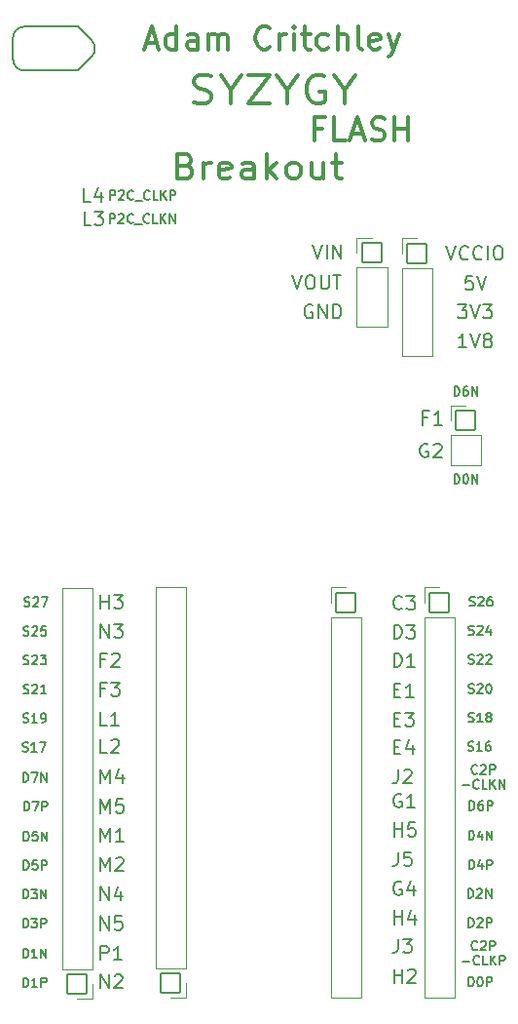
<source format=gbr>
%TF.GenerationSoftware,KiCad,Pcbnew,7.0.1*%
%TF.CreationDate,2023-09-03T17:39:56-04:00*%
%TF.ProjectId,syzygy-breakout-flash-1V8,73797a79-6779-42d6-9272-65616b6f7574,r1.0*%
%TF.SameCoordinates,PX66851e0PY4d70380*%
%TF.FileFunction,Legend,Top*%
%TF.FilePolarity,Positive*%
%FSLAX46Y46*%
G04 Gerber Fmt 4.6, Leading zero omitted, Abs format (unit mm)*
G04 Created by KiCad (PCBNEW 7.0.1) date 2023-09-03 17:39:56*
%MOMM*%
%LPD*%
G01*
G04 APERTURE LIST*
G04 Aperture macros list*
%AMRoundRect*
0 Rectangle with rounded corners*
0 $1 Rounding radius*
0 $2 $3 $4 $5 $6 $7 $8 $9 X,Y pos of 4 corners*
0 Add a 4 corners polygon primitive as box body*
4,1,4,$2,$3,$4,$5,$6,$7,$8,$9,$2,$3,0*
0 Add four circle primitives for the rounded corners*
1,1,$1+$1,$2,$3*
1,1,$1+$1,$4,$5*
1,1,$1+$1,$6,$7*
1,1,$1+$1,$8,$9*
0 Add four rect primitives between the rounded corners*
20,1,$1+$1,$2,$3,$4,$5,0*
20,1,$1+$1,$4,$5,$6,$7,0*
20,1,$1+$1,$6,$7,$8,$9,0*
20,1,$1+$1,$8,$9,$2,$3,0*%
G04 Aperture macros list end*
%ADD10C,0.150000*%
%ADD11C,0.200000*%
%ADD12C,0.300000*%
%ADD13C,0.120000*%
%ADD14C,0.127000*%
%ADD15RoundRect,0.050800X-0.850000X-0.850000X0.850000X-0.850000X0.850000X0.850000X-0.850000X0.850000X0*%
%ADD16O,1.801600X1.801600*%
%ADD17RoundRect,0.050800X0.850000X0.850000X-0.850000X0.850000X-0.850000X-0.850000X0.850000X-0.850000X0*%
%ADD18C,0.886460*%
%ADD19C,6.301600*%
%ADD20C,1.051600*%
G04 APERTURE END LIST*
D10*
X39524476Y-39882095D02*
X39524476Y-39082095D01*
X39524476Y-39082095D02*
X39714952Y-39082095D01*
X39714952Y-39082095D02*
X39829238Y-39120190D01*
X39829238Y-39120190D02*
X39905428Y-39196380D01*
X39905428Y-39196380D02*
X39943523Y-39272571D01*
X39943523Y-39272571D02*
X39981619Y-39424952D01*
X39981619Y-39424952D02*
X39981619Y-39539238D01*
X39981619Y-39539238D02*
X39943523Y-39691619D01*
X39943523Y-39691619D02*
X39905428Y-39767809D01*
X39905428Y-39767809D02*
X39829238Y-39844000D01*
X39829238Y-39844000D02*
X39714952Y-39882095D01*
X39714952Y-39882095D02*
X39524476Y-39882095D01*
X40476857Y-39082095D02*
X40553047Y-39082095D01*
X40553047Y-39082095D02*
X40629238Y-39120190D01*
X40629238Y-39120190D02*
X40667333Y-39158285D01*
X40667333Y-39158285D02*
X40705428Y-39234476D01*
X40705428Y-39234476D02*
X40743523Y-39386857D01*
X40743523Y-39386857D02*
X40743523Y-39577333D01*
X40743523Y-39577333D02*
X40705428Y-39729714D01*
X40705428Y-39729714D02*
X40667333Y-39805904D01*
X40667333Y-39805904D02*
X40629238Y-39844000D01*
X40629238Y-39844000D02*
X40553047Y-39882095D01*
X40553047Y-39882095D02*
X40476857Y-39882095D01*
X40476857Y-39882095D02*
X40400666Y-39844000D01*
X40400666Y-39844000D02*
X40362571Y-39805904D01*
X40362571Y-39805904D02*
X40324476Y-39729714D01*
X40324476Y-39729714D02*
X40286380Y-39577333D01*
X40286380Y-39577333D02*
X40286380Y-39386857D01*
X40286380Y-39386857D02*
X40324476Y-39234476D01*
X40324476Y-39234476D02*
X40362571Y-39158285D01*
X40362571Y-39158285D02*
X40400666Y-39120190D01*
X40400666Y-39120190D02*
X40476857Y-39082095D01*
X41086381Y-39882095D02*
X41086381Y-39082095D01*
X41086381Y-39082095D02*
X41543524Y-39882095D01*
X41543524Y-39882095D02*
X41543524Y-39082095D01*
D11*
X34971428Y-50709109D02*
X34914285Y-50766252D01*
X34914285Y-50766252D02*
X34742857Y-50823394D01*
X34742857Y-50823394D02*
X34628571Y-50823394D01*
X34628571Y-50823394D02*
X34457142Y-50766252D01*
X34457142Y-50766252D02*
X34342857Y-50651966D01*
X34342857Y-50651966D02*
X34285714Y-50537680D01*
X34285714Y-50537680D02*
X34228571Y-50309109D01*
X34228571Y-50309109D02*
X34228571Y-50137680D01*
X34228571Y-50137680D02*
X34285714Y-49909109D01*
X34285714Y-49909109D02*
X34342857Y-49794823D01*
X34342857Y-49794823D02*
X34457142Y-49680537D01*
X34457142Y-49680537D02*
X34628571Y-49623394D01*
X34628571Y-49623394D02*
X34742857Y-49623394D01*
X34742857Y-49623394D02*
X34914285Y-49680537D01*
X34914285Y-49680537D02*
X34971428Y-49737680D01*
X35371428Y-49623394D02*
X36114285Y-49623394D01*
X36114285Y-49623394D02*
X35714285Y-50080537D01*
X35714285Y-50080537D02*
X35885714Y-50080537D01*
X35885714Y-50080537D02*
X36000000Y-50137680D01*
X36000000Y-50137680D02*
X36057142Y-50194823D01*
X36057142Y-50194823D02*
X36114285Y-50309109D01*
X36114285Y-50309109D02*
X36114285Y-50594823D01*
X36114285Y-50594823D02*
X36057142Y-50709109D01*
X36057142Y-50709109D02*
X36000000Y-50766252D01*
X36000000Y-50766252D02*
X35885714Y-50823394D01*
X35885714Y-50823394D02*
X35542857Y-50823394D01*
X35542857Y-50823394D02*
X35428571Y-50766252D01*
X35428571Y-50766252D02*
X35371428Y-50709109D01*
X9357142Y-60869843D02*
X8785714Y-60869843D01*
X8785714Y-60869843D02*
X8785714Y-59669843D01*
X10385714Y-60869843D02*
X9700000Y-60869843D01*
X10042857Y-60869843D02*
X10042857Y-59669843D01*
X10042857Y-59669843D02*
X9928571Y-59841272D01*
X9928571Y-59841272D02*
X9814286Y-59955558D01*
X9814286Y-59955558D02*
X9700000Y-60012701D01*
D12*
X12720952Y-1611809D02*
X13673333Y-1611809D01*
X12530476Y-2183238D02*
X13197142Y-183238D01*
X13197142Y-183238D02*
X13863809Y-2183238D01*
X15387619Y-2183238D02*
X15387619Y-183238D01*
X15387619Y-2088000D02*
X15197143Y-2183238D01*
X15197143Y-2183238D02*
X14816190Y-2183238D01*
X14816190Y-2183238D02*
X14625714Y-2088000D01*
X14625714Y-2088000D02*
X14530476Y-1992761D01*
X14530476Y-1992761D02*
X14435238Y-1802285D01*
X14435238Y-1802285D02*
X14435238Y-1230857D01*
X14435238Y-1230857D02*
X14530476Y-1040380D01*
X14530476Y-1040380D02*
X14625714Y-945142D01*
X14625714Y-945142D02*
X14816190Y-849904D01*
X14816190Y-849904D02*
X15197143Y-849904D01*
X15197143Y-849904D02*
X15387619Y-945142D01*
X17197143Y-2183238D02*
X17197143Y-1135619D01*
X17197143Y-1135619D02*
X17101905Y-945142D01*
X17101905Y-945142D02*
X16911429Y-849904D01*
X16911429Y-849904D02*
X16530476Y-849904D01*
X16530476Y-849904D02*
X16340000Y-945142D01*
X17197143Y-2088000D02*
X17006667Y-2183238D01*
X17006667Y-2183238D02*
X16530476Y-2183238D01*
X16530476Y-2183238D02*
X16340000Y-2088000D01*
X16340000Y-2088000D02*
X16244762Y-1897523D01*
X16244762Y-1897523D02*
X16244762Y-1707047D01*
X16244762Y-1707047D02*
X16340000Y-1516571D01*
X16340000Y-1516571D02*
X16530476Y-1421333D01*
X16530476Y-1421333D02*
X17006667Y-1421333D01*
X17006667Y-1421333D02*
X17197143Y-1326095D01*
X18149524Y-2183238D02*
X18149524Y-849904D01*
X18149524Y-1040380D02*
X18244762Y-945142D01*
X18244762Y-945142D02*
X18435238Y-849904D01*
X18435238Y-849904D02*
X18720953Y-849904D01*
X18720953Y-849904D02*
X18911429Y-945142D01*
X18911429Y-945142D02*
X19006667Y-1135619D01*
X19006667Y-1135619D02*
X19006667Y-2183238D01*
X19006667Y-1135619D02*
X19101905Y-945142D01*
X19101905Y-945142D02*
X19292381Y-849904D01*
X19292381Y-849904D02*
X19578095Y-849904D01*
X19578095Y-849904D02*
X19768572Y-945142D01*
X19768572Y-945142D02*
X19863810Y-1135619D01*
X19863810Y-1135619D02*
X19863810Y-2183238D01*
X23482858Y-1992761D02*
X23387620Y-2088000D01*
X23387620Y-2088000D02*
X23101906Y-2183238D01*
X23101906Y-2183238D02*
X22911430Y-2183238D01*
X22911430Y-2183238D02*
X22625715Y-2088000D01*
X22625715Y-2088000D02*
X22435239Y-1897523D01*
X22435239Y-1897523D02*
X22340001Y-1707047D01*
X22340001Y-1707047D02*
X22244763Y-1326095D01*
X22244763Y-1326095D02*
X22244763Y-1040380D01*
X22244763Y-1040380D02*
X22340001Y-659428D01*
X22340001Y-659428D02*
X22435239Y-468952D01*
X22435239Y-468952D02*
X22625715Y-278476D01*
X22625715Y-278476D02*
X22911430Y-183238D01*
X22911430Y-183238D02*
X23101906Y-183238D01*
X23101906Y-183238D02*
X23387620Y-278476D01*
X23387620Y-278476D02*
X23482858Y-373714D01*
X24340001Y-2183238D02*
X24340001Y-849904D01*
X24340001Y-1230857D02*
X24435239Y-1040380D01*
X24435239Y-1040380D02*
X24530477Y-945142D01*
X24530477Y-945142D02*
X24720953Y-849904D01*
X24720953Y-849904D02*
X24911430Y-849904D01*
X25578096Y-2183238D02*
X25578096Y-849904D01*
X25578096Y-183238D02*
X25482858Y-278476D01*
X25482858Y-278476D02*
X25578096Y-373714D01*
X25578096Y-373714D02*
X25673334Y-278476D01*
X25673334Y-278476D02*
X25578096Y-183238D01*
X25578096Y-183238D02*
X25578096Y-373714D01*
X26244763Y-849904D02*
X27006667Y-849904D01*
X26530477Y-183238D02*
X26530477Y-1897523D01*
X26530477Y-1897523D02*
X26625715Y-2088000D01*
X26625715Y-2088000D02*
X26816191Y-2183238D01*
X26816191Y-2183238D02*
X27006667Y-2183238D01*
X28530477Y-2088000D02*
X28340001Y-2183238D01*
X28340001Y-2183238D02*
X27959048Y-2183238D01*
X27959048Y-2183238D02*
X27768572Y-2088000D01*
X27768572Y-2088000D02*
X27673334Y-1992761D01*
X27673334Y-1992761D02*
X27578096Y-1802285D01*
X27578096Y-1802285D02*
X27578096Y-1230857D01*
X27578096Y-1230857D02*
X27673334Y-1040380D01*
X27673334Y-1040380D02*
X27768572Y-945142D01*
X27768572Y-945142D02*
X27959048Y-849904D01*
X27959048Y-849904D02*
X28340001Y-849904D01*
X28340001Y-849904D02*
X28530477Y-945142D01*
X29387620Y-2183238D02*
X29387620Y-183238D01*
X30244763Y-2183238D02*
X30244763Y-1135619D01*
X30244763Y-1135619D02*
X30149525Y-945142D01*
X30149525Y-945142D02*
X29959049Y-849904D01*
X29959049Y-849904D02*
X29673334Y-849904D01*
X29673334Y-849904D02*
X29482858Y-945142D01*
X29482858Y-945142D02*
X29387620Y-1040380D01*
X31482858Y-2183238D02*
X31292382Y-2088000D01*
X31292382Y-2088000D02*
X31197144Y-1897523D01*
X31197144Y-1897523D02*
X31197144Y-183238D01*
X33006668Y-2088000D02*
X32816192Y-2183238D01*
X32816192Y-2183238D02*
X32435239Y-2183238D01*
X32435239Y-2183238D02*
X32244763Y-2088000D01*
X32244763Y-2088000D02*
X32149525Y-1897523D01*
X32149525Y-1897523D02*
X32149525Y-1135619D01*
X32149525Y-1135619D02*
X32244763Y-945142D01*
X32244763Y-945142D02*
X32435239Y-849904D01*
X32435239Y-849904D02*
X32816192Y-849904D01*
X32816192Y-849904D02*
X33006668Y-945142D01*
X33006668Y-945142D02*
X33101906Y-1135619D01*
X33101906Y-1135619D02*
X33101906Y-1326095D01*
X33101906Y-1326095D02*
X32149525Y-1516571D01*
X33768573Y-849904D02*
X34244763Y-2183238D01*
X34720954Y-849904D02*
X34244763Y-2183238D01*
X34244763Y-2183238D02*
X34054287Y-2659428D01*
X34054287Y-2659428D02*
X33959049Y-2754666D01*
X33959049Y-2754666D02*
X33768573Y-2849904D01*
D11*
X7911142Y-15417942D02*
X7339714Y-15417942D01*
X7339714Y-15417942D02*
X7339714Y-14217942D01*
X8825429Y-14617942D02*
X8825429Y-15417942D01*
X8539714Y-14160800D02*
X8254000Y-15017942D01*
X8254000Y-15017942D02*
X8996857Y-15017942D01*
D10*
X2037820Y-83578248D02*
X2037820Y-82778248D01*
X2037820Y-82778248D02*
X2228296Y-82778248D01*
X2228296Y-82778248D02*
X2342582Y-82816343D01*
X2342582Y-82816343D02*
X2418772Y-82892533D01*
X2418772Y-82892533D02*
X2456867Y-82968724D01*
X2456867Y-82968724D02*
X2494963Y-83121105D01*
X2494963Y-83121105D02*
X2494963Y-83235391D01*
X2494963Y-83235391D02*
X2456867Y-83387772D01*
X2456867Y-83387772D02*
X2418772Y-83463962D01*
X2418772Y-83463962D02*
X2342582Y-83540153D01*
X2342582Y-83540153D02*
X2228296Y-83578248D01*
X2228296Y-83578248D02*
X2037820Y-83578248D01*
X3256867Y-83578248D02*
X2799724Y-83578248D01*
X3028296Y-83578248D02*
X3028296Y-82778248D01*
X3028296Y-82778248D02*
X2952105Y-82892533D01*
X2952105Y-82892533D02*
X2875915Y-82968724D01*
X2875915Y-82968724D02*
X2799724Y-83006819D01*
X3599725Y-83578248D02*
X3599725Y-82778248D01*
X3599725Y-82778248D02*
X3904487Y-82778248D01*
X3904487Y-82778248D02*
X3980677Y-82816343D01*
X3980677Y-82816343D02*
X4018772Y-82854438D01*
X4018772Y-82854438D02*
X4056868Y-82930629D01*
X4056868Y-82930629D02*
X4056868Y-83044914D01*
X4056868Y-83044914D02*
X4018772Y-83121105D01*
X4018772Y-83121105D02*
X3980677Y-83159200D01*
X3980677Y-83159200D02*
X3904487Y-83197295D01*
X3904487Y-83197295D02*
X3599725Y-83197295D01*
D11*
X8785714Y-83693142D02*
X8785714Y-82493142D01*
X8785714Y-82493142D02*
X9471428Y-83693142D01*
X9471428Y-83693142D02*
X9471428Y-82493142D01*
X9985714Y-82607428D02*
X10042857Y-82550285D01*
X10042857Y-82550285D02*
X10157143Y-82493142D01*
X10157143Y-82493142D02*
X10442857Y-82493142D01*
X10442857Y-82493142D02*
X10557143Y-82550285D01*
X10557143Y-82550285D02*
X10614285Y-82607428D01*
X10614285Y-82607428D02*
X10671428Y-82721714D01*
X10671428Y-82721714D02*
X10671428Y-82836000D01*
X10671428Y-82836000D02*
X10614285Y-83007428D01*
X10614285Y-83007428D02*
X9928571Y-83693142D01*
X9928571Y-83693142D02*
X10671428Y-83693142D01*
X7938143Y-17449942D02*
X7366715Y-17449942D01*
X7366715Y-17449942D02*
X7366715Y-16249942D01*
X8223858Y-16249942D02*
X8966715Y-16249942D01*
X8966715Y-16249942D02*
X8566715Y-16707085D01*
X8566715Y-16707085D02*
X8738144Y-16707085D01*
X8738144Y-16707085D02*
X8852430Y-16764228D01*
X8852430Y-16764228D02*
X8909572Y-16821371D01*
X8909572Y-16821371D02*
X8966715Y-16935657D01*
X8966715Y-16935657D02*
X8966715Y-17221371D01*
X8966715Y-17221371D02*
X8909572Y-17335657D01*
X8909572Y-17335657D02*
X8852430Y-17392800D01*
X8852430Y-17392800D02*
X8738144Y-17449942D01*
X8738144Y-17449942D02*
X8395287Y-17449942D01*
X8395287Y-17449942D02*
X8281001Y-17392800D01*
X8281001Y-17392800D02*
X8223858Y-17335657D01*
D10*
X40757918Y-60536863D02*
X40872204Y-60574958D01*
X40872204Y-60574958D02*
X41062680Y-60574958D01*
X41062680Y-60574958D02*
X41138871Y-60536863D01*
X41138871Y-60536863D02*
X41176966Y-60498767D01*
X41176966Y-60498767D02*
X41215061Y-60422577D01*
X41215061Y-60422577D02*
X41215061Y-60346386D01*
X41215061Y-60346386D02*
X41176966Y-60270196D01*
X41176966Y-60270196D02*
X41138871Y-60232101D01*
X41138871Y-60232101D02*
X41062680Y-60194005D01*
X41062680Y-60194005D02*
X40910299Y-60155910D01*
X40910299Y-60155910D02*
X40834109Y-60117815D01*
X40834109Y-60117815D02*
X40796014Y-60079720D01*
X40796014Y-60079720D02*
X40757918Y-60003529D01*
X40757918Y-60003529D02*
X40757918Y-59927339D01*
X40757918Y-59927339D02*
X40796014Y-59851148D01*
X40796014Y-59851148D02*
X40834109Y-59813053D01*
X40834109Y-59813053D02*
X40910299Y-59774958D01*
X40910299Y-59774958D02*
X41100776Y-59774958D01*
X41100776Y-59774958D02*
X41215061Y-59813053D01*
X41976966Y-60574958D02*
X41519823Y-60574958D01*
X41748395Y-60574958D02*
X41748395Y-59774958D01*
X41748395Y-59774958D02*
X41672204Y-59889243D01*
X41672204Y-59889243D02*
X41596014Y-59965434D01*
X41596014Y-59965434D02*
X41519823Y-60003529D01*
X42434109Y-60117815D02*
X42357919Y-60079720D01*
X42357919Y-60079720D02*
X42319824Y-60041624D01*
X42319824Y-60041624D02*
X42281728Y-59965434D01*
X42281728Y-59965434D02*
X42281728Y-59927339D01*
X42281728Y-59927339D02*
X42319824Y-59851148D01*
X42319824Y-59851148D02*
X42357919Y-59813053D01*
X42357919Y-59813053D02*
X42434109Y-59774958D01*
X42434109Y-59774958D02*
X42586490Y-59774958D01*
X42586490Y-59774958D02*
X42662681Y-59813053D01*
X42662681Y-59813053D02*
X42700776Y-59851148D01*
X42700776Y-59851148D02*
X42738871Y-59927339D01*
X42738871Y-59927339D02*
X42738871Y-59965434D01*
X42738871Y-59965434D02*
X42700776Y-60041624D01*
X42700776Y-60041624D02*
X42662681Y-60079720D01*
X42662681Y-60079720D02*
X42586490Y-60117815D01*
X42586490Y-60117815D02*
X42434109Y-60117815D01*
X42434109Y-60117815D02*
X42357919Y-60155910D01*
X42357919Y-60155910D02*
X42319824Y-60194005D01*
X42319824Y-60194005D02*
X42281728Y-60270196D01*
X42281728Y-60270196D02*
X42281728Y-60422577D01*
X42281728Y-60422577D02*
X42319824Y-60498767D01*
X42319824Y-60498767D02*
X42357919Y-60536863D01*
X42357919Y-60536863D02*
X42434109Y-60574958D01*
X42434109Y-60574958D02*
X42586490Y-60574958D01*
X42586490Y-60574958D02*
X42662681Y-60536863D01*
X42662681Y-60536863D02*
X42700776Y-60498767D01*
X42700776Y-60498767D02*
X42738871Y-60422577D01*
X42738871Y-60422577D02*
X42738871Y-60270196D01*
X42738871Y-60270196D02*
X42700776Y-60194005D01*
X42700776Y-60194005D02*
X42662681Y-60155910D01*
X42662681Y-60155910D02*
X42586490Y-60117815D01*
X2018772Y-81067093D02*
X2018772Y-80267093D01*
X2018772Y-80267093D02*
X2209248Y-80267093D01*
X2209248Y-80267093D02*
X2323534Y-80305188D01*
X2323534Y-80305188D02*
X2399724Y-80381378D01*
X2399724Y-80381378D02*
X2437819Y-80457569D01*
X2437819Y-80457569D02*
X2475915Y-80609950D01*
X2475915Y-80609950D02*
X2475915Y-80724236D01*
X2475915Y-80724236D02*
X2437819Y-80876617D01*
X2437819Y-80876617D02*
X2399724Y-80952807D01*
X2399724Y-80952807D02*
X2323534Y-81028998D01*
X2323534Y-81028998D02*
X2209248Y-81067093D01*
X2209248Y-81067093D02*
X2018772Y-81067093D01*
X3237819Y-81067093D02*
X2780676Y-81067093D01*
X3009248Y-81067093D02*
X3009248Y-80267093D01*
X3009248Y-80267093D02*
X2933057Y-80381378D01*
X2933057Y-80381378D02*
X2856867Y-80457569D01*
X2856867Y-80457569D02*
X2780676Y-80495664D01*
X3580677Y-81067093D02*
X3580677Y-80267093D01*
X3580677Y-80267093D02*
X4037820Y-81067093D01*
X4037820Y-81067093D02*
X4037820Y-80267093D01*
D11*
X27173714Y-24384285D02*
X27059429Y-24327142D01*
X27059429Y-24327142D02*
X26888000Y-24327142D01*
X26888000Y-24327142D02*
X26716571Y-24384285D01*
X26716571Y-24384285D02*
X26602286Y-24498571D01*
X26602286Y-24498571D02*
X26545143Y-24612857D01*
X26545143Y-24612857D02*
X26488000Y-24841428D01*
X26488000Y-24841428D02*
X26488000Y-25012857D01*
X26488000Y-25012857D02*
X26545143Y-25241428D01*
X26545143Y-25241428D02*
X26602286Y-25355714D01*
X26602286Y-25355714D02*
X26716571Y-25470000D01*
X26716571Y-25470000D02*
X26888000Y-25527142D01*
X26888000Y-25527142D02*
X27002286Y-25527142D01*
X27002286Y-25527142D02*
X27173714Y-25470000D01*
X27173714Y-25470000D02*
X27230857Y-25412857D01*
X27230857Y-25412857D02*
X27230857Y-25012857D01*
X27230857Y-25012857D02*
X27002286Y-25012857D01*
X27745143Y-25527142D02*
X27745143Y-24327142D01*
X27745143Y-24327142D02*
X28430857Y-25527142D01*
X28430857Y-25527142D02*
X28430857Y-24327142D01*
X29002286Y-25527142D02*
X29002286Y-24327142D01*
X29002286Y-24327142D02*
X29288000Y-24327142D01*
X29288000Y-24327142D02*
X29459429Y-24384285D01*
X29459429Y-24384285D02*
X29573714Y-24498571D01*
X29573714Y-24498571D02*
X29630857Y-24612857D01*
X29630857Y-24612857D02*
X29688000Y-24841428D01*
X29688000Y-24841428D02*
X29688000Y-25012857D01*
X29688000Y-25012857D02*
X29630857Y-25241428D01*
X29630857Y-25241428D02*
X29573714Y-25355714D01*
X29573714Y-25355714D02*
X29459429Y-25470000D01*
X29459429Y-25470000D02*
X29288000Y-25527142D01*
X29288000Y-25527142D02*
X29002286Y-25527142D01*
D10*
X41524667Y-80291025D02*
X41486571Y-80329121D01*
X41486571Y-80329121D02*
X41372286Y-80367216D01*
X41372286Y-80367216D02*
X41296095Y-80367216D01*
X41296095Y-80367216D02*
X41181809Y-80329121D01*
X41181809Y-80329121D02*
X41105619Y-80252930D01*
X41105619Y-80252930D02*
X41067524Y-80176740D01*
X41067524Y-80176740D02*
X41029428Y-80024359D01*
X41029428Y-80024359D02*
X41029428Y-79910073D01*
X41029428Y-79910073D02*
X41067524Y-79757692D01*
X41067524Y-79757692D02*
X41105619Y-79681501D01*
X41105619Y-79681501D02*
X41181809Y-79605311D01*
X41181809Y-79605311D02*
X41296095Y-79567216D01*
X41296095Y-79567216D02*
X41372286Y-79567216D01*
X41372286Y-79567216D02*
X41486571Y-79605311D01*
X41486571Y-79605311D02*
X41524667Y-79643406D01*
X41829428Y-79643406D02*
X41867524Y-79605311D01*
X41867524Y-79605311D02*
X41943714Y-79567216D01*
X41943714Y-79567216D02*
X42134190Y-79567216D01*
X42134190Y-79567216D02*
X42210381Y-79605311D01*
X42210381Y-79605311D02*
X42248476Y-79643406D01*
X42248476Y-79643406D02*
X42286571Y-79719597D01*
X42286571Y-79719597D02*
X42286571Y-79795787D01*
X42286571Y-79795787D02*
X42248476Y-79910073D01*
X42248476Y-79910073D02*
X41791333Y-80367216D01*
X41791333Y-80367216D02*
X42286571Y-80367216D01*
X42629429Y-80367216D02*
X42629429Y-79567216D01*
X42629429Y-79567216D02*
X42934191Y-79567216D01*
X42934191Y-79567216D02*
X43010381Y-79605311D01*
X43010381Y-79605311D02*
X43048476Y-79643406D01*
X43048476Y-79643406D02*
X43086572Y-79719597D01*
X43086572Y-79719597D02*
X43086572Y-79833882D01*
X43086572Y-79833882D02*
X43048476Y-79910073D01*
X43048476Y-79910073D02*
X43010381Y-79948168D01*
X43010381Y-79948168D02*
X42934191Y-79986263D01*
X42934191Y-79986263D02*
X42629429Y-79986263D01*
X40229429Y-81358454D02*
X40838953Y-81358454D01*
X41677048Y-81587025D02*
X41638952Y-81625121D01*
X41638952Y-81625121D02*
X41524667Y-81663216D01*
X41524667Y-81663216D02*
X41448476Y-81663216D01*
X41448476Y-81663216D02*
X41334190Y-81625121D01*
X41334190Y-81625121D02*
X41258000Y-81548930D01*
X41258000Y-81548930D02*
X41219905Y-81472740D01*
X41219905Y-81472740D02*
X41181809Y-81320359D01*
X41181809Y-81320359D02*
X41181809Y-81206073D01*
X41181809Y-81206073D02*
X41219905Y-81053692D01*
X41219905Y-81053692D02*
X41258000Y-80977501D01*
X41258000Y-80977501D02*
X41334190Y-80901311D01*
X41334190Y-80901311D02*
X41448476Y-80863216D01*
X41448476Y-80863216D02*
X41524667Y-80863216D01*
X41524667Y-80863216D02*
X41638952Y-80901311D01*
X41638952Y-80901311D02*
X41677048Y-80939406D01*
X42400857Y-81663216D02*
X42019905Y-81663216D01*
X42019905Y-81663216D02*
X42019905Y-80863216D01*
X42667524Y-81663216D02*
X42667524Y-80863216D01*
X43124667Y-81663216D02*
X42781809Y-81206073D01*
X43124667Y-80863216D02*
X42667524Y-81320359D01*
X43467524Y-81663216D02*
X43467524Y-80863216D01*
X43467524Y-80863216D02*
X43772286Y-80863216D01*
X43772286Y-80863216D02*
X43848476Y-80901311D01*
X43848476Y-80901311D02*
X43886571Y-80939406D01*
X43886571Y-80939406D02*
X43924667Y-81015597D01*
X43924667Y-81015597D02*
X43924667Y-81129882D01*
X43924667Y-81129882D02*
X43886571Y-81206073D01*
X43886571Y-81206073D02*
X43848476Y-81244168D01*
X43848476Y-81244168D02*
X43772286Y-81282263D01*
X43772286Y-81282263D02*
X43467524Y-81282263D01*
D11*
X34285714Y-62723594D02*
X34685714Y-62723594D01*
X34857142Y-63352165D02*
X34285714Y-63352165D01*
X34285714Y-63352165D02*
X34285714Y-62152165D01*
X34285714Y-62152165D02*
X34857142Y-62152165D01*
X35885714Y-62552165D02*
X35885714Y-63352165D01*
X35599999Y-62095023D02*
X35314285Y-62952165D01*
X35314285Y-62952165D02*
X36057142Y-62952165D01*
D10*
X40784919Y-52976398D02*
X40899205Y-53014493D01*
X40899205Y-53014493D02*
X41089681Y-53014493D01*
X41089681Y-53014493D02*
X41165872Y-52976398D01*
X41165872Y-52976398D02*
X41203967Y-52938302D01*
X41203967Y-52938302D02*
X41242062Y-52862112D01*
X41242062Y-52862112D02*
X41242062Y-52785921D01*
X41242062Y-52785921D02*
X41203967Y-52709731D01*
X41203967Y-52709731D02*
X41165872Y-52671636D01*
X41165872Y-52671636D02*
X41089681Y-52633540D01*
X41089681Y-52633540D02*
X40937300Y-52595445D01*
X40937300Y-52595445D02*
X40861110Y-52557350D01*
X40861110Y-52557350D02*
X40823015Y-52519255D01*
X40823015Y-52519255D02*
X40784919Y-52443064D01*
X40784919Y-52443064D02*
X40784919Y-52366874D01*
X40784919Y-52366874D02*
X40823015Y-52290683D01*
X40823015Y-52290683D02*
X40861110Y-52252588D01*
X40861110Y-52252588D02*
X40937300Y-52214493D01*
X40937300Y-52214493D02*
X41127777Y-52214493D01*
X41127777Y-52214493D02*
X41242062Y-52252588D01*
X41546824Y-52290683D02*
X41584920Y-52252588D01*
X41584920Y-52252588D02*
X41661110Y-52214493D01*
X41661110Y-52214493D02*
X41851586Y-52214493D01*
X41851586Y-52214493D02*
X41927777Y-52252588D01*
X41927777Y-52252588D02*
X41965872Y-52290683D01*
X41965872Y-52290683D02*
X42003967Y-52366874D01*
X42003967Y-52366874D02*
X42003967Y-52443064D01*
X42003967Y-52443064D02*
X41965872Y-52557350D01*
X41965872Y-52557350D02*
X41508729Y-53014493D01*
X41508729Y-53014493D02*
X42003967Y-53014493D01*
X42689682Y-52481159D02*
X42689682Y-53014493D01*
X42499206Y-52176398D02*
X42308729Y-52747826D01*
X42308729Y-52747826D02*
X42803968Y-52747826D01*
D11*
X27231128Y-19120142D02*
X27631128Y-20320142D01*
X27631128Y-20320142D02*
X28031128Y-19120142D01*
X28431128Y-20320142D02*
X28431128Y-19120142D01*
X29002557Y-20320142D02*
X29002557Y-19120142D01*
X29002557Y-19120142D02*
X29688271Y-20320142D01*
X29688271Y-20320142D02*
X29688271Y-19120142D01*
D10*
X40738871Y-75857899D02*
X40738871Y-75057899D01*
X40738871Y-75057899D02*
X40929347Y-75057899D01*
X40929347Y-75057899D02*
X41043633Y-75095994D01*
X41043633Y-75095994D02*
X41119823Y-75172184D01*
X41119823Y-75172184D02*
X41157918Y-75248375D01*
X41157918Y-75248375D02*
X41196014Y-75400756D01*
X41196014Y-75400756D02*
X41196014Y-75515042D01*
X41196014Y-75515042D02*
X41157918Y-75667423D01*
X41157918Y-75667423D02*
X41119823Y-75743613D01*
X41119823Y-75743613D02*
X41043633Y-75819804D01*
X41043633Y-75819804D02*
X40929347Y-75857899D01*
X40929347Y-75857899D02*
X40738871Y-75857899D01*
X41500775Y-75134089D02*
X41538871Y-75095994D01*
X41538871Y-75095994D02*
X41615061Y-75057899D01*
X41615061Y-75057899D02*
X41805537Y-75057899D01*
X41805537Y-75057899D02*
X41881728Y-75095994D01*
X41881728Y-75095994D02*
X41919823Y-75134089D01*
X41919823Y-75134089D02*
X41957918Y-75210280D01*
X41957918Y-75210280D02*
X41957918Y-75286470D01*
X41957918Y-75286470D02*
X41919823Y-75400756D01*
X41919823Y-75400756D02*
X41462680Y-75857899D01*
X41462680Y-75857899D02*
X41957918Y-75857899D01*
X42300776Y-75857899D02*
X42300776Y-75057899D01*
X42300776Y-75057899D02*
X42757919Y-75857899D01*
X42757919Y-75857899D02*
X42757919Y-75057899D01*
D11*
X9185714Y-55173177D02*
X8785714Y-55173177D01*
X8785714Y-55801748D02*
X8785714Y-54601748D01*
X8785714Y-54601748D02*
X9357142Y-54601748D01*
X9757142Y-54716034D02*
X9814285Y-54658891D01*
X9814285Y-54658891D02*
X9928571Y-54601748D01*
X9928571Y-54601748D02*
X10214285Y-54601748D01*
X10214285Y-54601748D02*
X10328571Y-54658891D01*
X10328571Y-54658891D02*
X10385713Y-54716034D01*
X10385713Y-54716034D02*
X10442856Y-54830320D01*
X10442856Y-54830320D02*
X10442856Y-54944606D01*
X10442856Y-54944606D02*
X10385713Y-55116034D01*
X10385713Y-55116034D02*
X9699999Y-55801748D01*
X9699999Y-55801748D02*
X10442856Y-55801748D01*
X34285714Y-53334548D02*
X34285714Y-52134548D01*
X34285714Y-52134548D02*
X34571428Y-52134548D01*
X34571428Y-52134548D02*
X34742857Y-52191691D01*
X34742857Y-52191691D02*
X34857142Y-52305977D01*
X34857142Y-52305977D02*
X34914285Y-52420263D01*
X34914285Y-52420263D02*
X34971428Y-52648834D01*
X34971428Y-52648834D02*
X34971428Y-52820263D01*
X34971428Y-52820263D02*
X34914285Y-53048834D01*
X34914285Y-53048834D02*
X34857142Y-53163120D01*
X34857142Y-53163120D02*
X34742857Y-53277406D01*
X34742857Y-53277406D02*
X34571428Y-53334548D01*
X34571428Y-53334548D02*
X34285714Y-53334548D01*
X35371428Y-52134548D02*
X36114285Y-52134548D01*
X36114285Y-52134548D02*
X35714285Y-52591691D01*
X35714285Y-52591691D02*
X35885714Y-52591691D01*
X35885714Y-52591691D02*
X36000000Y-52648834D01*
X36000000Y-52648834D02*
X36057142Y-52705977D01*
X36057142Y-52705977D02*
X36114285Y-52820263D01*
X36114285Y-52820263D02*
X36114285Y-53105977D01*
X36114285Y-53105977D02*
X36057142Y-53220263D01*
X36057142Y-53220263D02*
X36000000Y-53277406D01*
X36000000Y-53277406D02*
X35885714Y-53334548D01*
X35885714Y-53334548D02*
X35542857Y-53334548D01*
X35542857Y-53334548D02*
X35428571Y-53277406D01*
X35428571Y-53277406D02*
X35371428Y-53220263D01*
D10*
X40811922Y-73346744D02*
X40811922Y-72546744D01*
X40811922Y-72546744D02*
X41002398Y-72546744D01*
X41002398Y-72546744D02*
X41116684Y-72584839D01*
X41116684Y-72584839D02*
X41192874Y-72661029D01*
X41192874Y-72661029D02*
X41230969Y-72737220D01*
X41230969Y-72737220D02*
X41269065Y-72889601D01*
X41269065Y-72889601D02*
X41269065Y-73003887D01*
X41269065Y-73003887D02*
X41230969Y-73156268D01*
X41230969Y-73156268D02*
X41192874Y-73232458D01*
X41192874Y-73232458D02*
X41116684Y-73308649D01*
X41116684Y-73308649D02*
X41002398Y-73346744D01*
X41002398Y-73346744D02*
X40811922Y-73346744D01*
X41954779Y-72813410D02*
X41954779Y-73346744D01*
X41764303Y-72508649D02*
X41573826Y-73080077D01*
X41573826Y-73080077D02*
X42069065Y-73080077D01*
X42373827Y-73346744D02*
X42373827Y-72546744D01*
X42373827Y-72546744D02*
X42678589Y-72546744D01*
X42678589Y-72546744D02*
X42754779Y-72584839D01*
X42754779Y-72584839D02*
X42792874Y-72622934D01*
X42792874Y-72622934D02*
X42830970Y-72699125D01*
X42830970Y-72699125D02*
X42830970Y-72813410D01*
X42830970Y-72813410D02*
X42792874Y-72889601D01*
X42792874Y-72889601D02*
X42754779Y-72927696D01*
X42754779Y-72927696D02*
X42678589Y-72965791D01*
X42678589Y-72965791D02*
X42373827Y-72965791D01*
X9576906Y-17264895D02*
X9576906Y-16464895D01*
X9576906Y-16464895D02*
X9881668Y-16464895D01*
X9881668Y-16464895D02*
X9957858Y-16502990D01*
X9957858Y-16502990D02*
X9995953Y-16541085D01*
X9995953Y-16541085D02*
X10034049Y-16617276D01*
X10034049Y-16617276D02*
X10034049Y-16731561D01*
X10034049Y-16731561D02*
X9995953Y-16807752D01*
X9995953Y-16807752D02*
X9957858Y-16845847D01*
X9957858Y-16845847D02*
X9881668Y-16883942D01*
X9881668Y-16883942D02*
X9576906Y-16883942D01*
X10338810Y-16541085D02*
X10376906Y-16502990D01*
X10376906Y-16502990D02*
X10453096Y-16464895D01*
X10453096Y-16464895D02*
X10643572Y-16464895D01*
X10643572Y-16464895D02*
X10719763Y-16502990D01*
X10719763Y-16502990D02*
X10757858Y-16541085D01*
X10757858Y-16541085D02*
X10795953Y-16617276D01*
X10795953Y-16617276D02*
X10795953Y-16693466D01*
X10795953Y-16693466D02*
X10757858Y-16807752D01*
X10757858Y-16807752D02*
X10300715Y-17264895D01*
X10300715Y-17264895D02*
X10795953Y-17264895D01*
X11595954Y-17188704D02*
X11557858Y-17226800D01*
X11557858Y-17226800D02*
X11443573Y-17264895D01*
X11443573Y-17264895D02*
X11367382Y-17264895D01*
X11367382Y-17264895D02*
X11253096Y-17226800D01*
X11253096Y-17226800D02*
X11176906Y-17150609D01*
X11176906Y-17150609D02*
X11138811Y-17074419D01*
X11138811Y-17074419D02*
X11100715Y-16922038D01*
X11100715Y-16922038D02*
X11100715Y-16807752D01*
X11100715Y-16807752D02*
X11138811Y-16655371D01*
X11138811Y-16655371D02*
X11176906Y-16579180D01*
X11176906Y-16579180D02*
X11253096Y-16502990D01*
X11253096Y-16502990D02*
X11367382Y-16464895D01*
X11367382Y-16464895D02*
X11443573Y-16464895D01*
X11443573Y-16464895D02*
X11557858Y-16502990D01*
X11557858Y-16502990D02*
X11595954Y-16541085D01*
X11748335Y-17341085D02*
X12357858Y-17341085D01*
X13005478Y-17188704D02*
X12967382Y-17226800D01*
X12967382Y-17226800D02*
X12853097Y-17264895D01*
X12853097Y-17264895D02*
X12776906Y-17264895D01*
X12776906Y-17264895D02*
X12662620Y-17226800D01*
X12662620Y-17226800D02*
X12586430Y-17150609D01*
X12586430Y-17150609D02*
X12548335Y-17074419D01*
X12548335Y-17074419D02*
X12510239Y-16922038D01*
X12510239Y-16922038D02*
X12510239Y-16807752D01*
X12510239Y-16807752D02*
X12548335Y-16655371D01*
X12548335Y-16655371D02*
X12586430Y-16579180D01*
X12586430Y-16579180D02*
X12662620Y-16502990D01*
X12662620Y-16502990D02*
X12776906Y-16464895D01*
X12776906Y-16464895D02*
X12853097Y-16464895D01*
X12853097Y-16464895D02*
X12967382Y-16502990D01*
X12967382Y-16502990D02*
X13005478Y-16541085D01*
X13729287Y-17264895D02*
X13348335Y-17264895D01*
X13348335Y-17264895D02*
X13348335Y-16464895D01*
X13995954Y-17264895D02*
X13995954Y-16464895D01*
X14453097Y-17264895D02*
X14110239Y-16807752D01*
X14453097Y-16464895D02*
X13995954Y-16922038D01*
X14795954Y-17264895D02*
X14795954Y-16464895D01*
X14795954Y-16464895D02*
X15253097Y-17264895D01*
X15253097Y-17264895D02*
X15253097Y-16464895D01*
X41524667Y-65008085D02*
X41486571Y-65046181D01*
X41486571Y-65046181D02*
X41372286Y-65084276D01*
X41372286Y-65084276D02*
X41296095Y-65084276D01*
X41296095Y-65084276D02*
X41181809Y-65046181D01*
X41181809Y-65046181D02*
X41105619Y-64969990D01*
X41105619Y-64969990D02*
X41067524Y-64893800D01*
X41067524Y-64893800D02*
X41029428Y-64741419D01*
X41029428Y-64741419D02*
X41029428Y-64627133D01*
X41029428Y-64627133D02*
X41067524Y-64474752D01*
X41067524Y-64474752D02*
X41105619Y-64398561D01*
X41105619Y-64398561D02*
X41181809Y-64322371D01*
X41181809Y-64322371D02*
X41296095Y-64284276D01*
X41296095Y-64284276D02*
X41372286Y-64284276D01*
X41372286Y-64284276D02*
X41486571Y-64322371D01*
X41486571Y-64322371D02*
X41524667Y-64360466D01*
X41829428Y-64360466D02*
X41867524Y-64322371D01*
X41867524Y-64322371D02*
X41943714Y-64284276D01*
X41943714Y-64284276D02*
X42134190Y-64284276D01*
X42134190Y-64284276D02*
X42210381Y-64322371D01*
X42210381Y-64322371D02*
X42248476Y-64360466D01*
X42248476Y-64360466D02*
X42286571Y-64436657D01*
X42286571Y-64436657D02*
X42286571Y-64512847D01*
X42286571Y-64512847D02*
X42248476Y-64627133D01*
X42248476Y-64627133D02*
X41791333Y-65084276D01*
X41791333Y-65084276D02*
X42286571Y-65084276D01*
X42629429Y-65084276D02*
X42629429Y-64284276D01*
X42629429Y-64284276D02*
X42934191Y-64284276D01*
X42934191Y-64284276D02*
X43010381Y-64322371D01*
X43010381Y-64322371D02*
X43048476Y-64360466D01*
X43048476Y-64360466D02*
X43086572Y-64436657D01*
X43086572Y-64436657D02*
X43086572Y-64550942D01*
X43086572Y-64550942D02*
X43048476Y-64627133D01*
X43048476Y-64627133D02*
X43010381Y-64665228D01*
X43010381Y-64665228D02*
X42934191Y-64703323D01*
X42934191Y-64703323D02*
X42629429Y-64703323D01*
X40210381Y-66075514D02*
X40819905Y-66075514D01*
X41658000Y-66304085D02*
X41619904Y-66342181D01*
X41619904Y-66342181D02*
X41505619Y-66380276D01*
X41505619Y-66380276D02*
X41429428Y-66380276D01*
X41429428Y-66380276D02*
X41315142Y-66342181D01*
X41315142Y-66342181D02*
X41238952Y-66265990D01*
X41238952Y-66265990D02*
X41200857Y-66189800D01*
X41200857Y-66189800D02*
X41162761Y-66037419D01*
X41162761Y-66037419D02*
X41162761Y-65923133D01*
X41162761Y-65923133D02*
X41200857Y-65770752D01*
X41200857Y-65770752D02*
X41238952Y-65694561D01*
X41238952Y-65694561D02*
X41315142Y-65618371D01*
X41315142Y-65618371D02*
X41429428Y-65580276D01*
X41429428Y-65580276D02*
X41505619Y-65580276D01*
X41505619Y-65580276D02*
X41619904Y-65618371D01*
X41619904Y-65618371D02*
X41658000Y-65656466D01*
X42381809Y-66380276D02*
X42000857Y-66380276D01*
X42000857Y-66380276D02*
X42000857Y-65580276D01*
X42648476Y-66380276D02*
X42648476Y-65580276D01*
X43105619Y-66380276D02*
X42762761Y-65923133D01*
X43105619Y-65580276D02*
X42648476Y-66037419D01*
X43448476Y-66380276D02*
X43448476Y-65580276D01*
X43448476Y-65580276D02*
X43905619Y-66380276D01*
X43905619Y-66380276D02*
X43905619Y-65580276D01*
X2072775Y-70887467D02*
X2072775Y-70087467D01*
X2072775Y-70087467D02*
X2263251Y-70087467D01*
X2263251Y-70087467D02*
X2377537Y-70125562D01*
X2377537Y-70125562D02*
X2453727Y-70201752D01*
X2453727Y-70201752D02*
X2491822Y-70277943D01*
X2491822Y-70277943D02*
X2529918Y-70430324D01*
X2529918Y-70430324D02*
X2529918Y-70544610D01*
X2529918Y-70544610D02*
X2491822Y-70696991D01*
X2491822Y-70696991D02*
X2453727Y-70773181D01*
X2453727Y-70773181D02*
X2377537Y-70849372D01*
X2377537Y-70849372D02*
X2263251Y-70887467D01*
X2263251Y-70887467D02*
X2072775Y-70887467D01*
X3253727Y-70087467D02*
X2872775Y-70087467D01*
X2872775Y-70087467D02*
X2834679Y-70468419D01*
X2834679Y-70468419D02*
X2872775Y-70430324D01*
X2872775Y-70430324D02*
X2948965Y-70392229D01*
X2948965Y-70392229D02*
X3139441Y-70392229D01*
X3139441Y-70392229D02*
X3215632Y-70430324D01*
X3215632Y-70430324D02*
X3253727Y-70468419D01*
X3253727Y-70468419D02*
X3291822Y-70544610D01*
X3291822Y-70544610D02*
X3291822Y-70735086D01*
X3291822Y-70735086D02*
X3253727Y-70811276D01*
X3253727Y-70811276D02*
X3215632Y-70849372D01*
X3215632Y-70849372D02*
X3139441Y-70887467D01*
X3139441Y-70887467D02*
X2948965Y-70887467D01*
X2948965Y-70887467D02*
X2872775Y-70849372D01*
X2872775Y-70849372D02*
X2834679Y-70811276D01*
X3634680Y-70887467D02*
X3634680Y-70087467D01*
X3634680Y-70087467D02*
X4091823Y-70887467D01*
X4091823Y-70887467D02*
X4091823Y-70087467D01*
D11*
X34285714Y-83225388D02*
X34285714Y-82025388D01*
X34285714Y-82596817D02*
X34971428Y-82596817D01*
X34971428Y-83225388D02*
X34971428Y-82025388D01*
X35485714Y-82139674D02*
X35542857Y-82082531D01*
X35542857Y-82082531D02*
X35657143Y-82025388D01*
X35657143Y-82025388D02*
X35942857Y-82025388D01*
X35942857Y-82025388D02*
X36057143Y-82082531D01*
X36057143Y-82082531D02*
X36114285Y-82139674D01*
X36114285Y-82139674D02*
X36171428Y-82253960D01*
X36171428Y-82253960D02*
X36171428Y-82368246D01*
X36171428Y-82368246D02*
X36114285Y-82539674D01*
X36114285Y-82539674D02*
X35428571Y-83225388D01*
X35428571Y-83225388D02*
X36171428Y-83225388D01*
X8785714Y-53267701D02*
X8785714Y-52067701D01*
X8785714Y-52067701D02*
X9471428Y-53267701D01*
X9471428Y-53267701D02*
X9471428Y-52067701D01*
X9928571Y-52067701D02*
X10671428Y-52067701D01*
X10671428Y-52067701D02*
X10271428Y-52524844D01*
X10271428Y-52524844D02*
X10442857Y-52524844D01*
X10442857Y-52524844D02*
X10557143Y-52581987D01*
X10557143Y-52581987D02*
X10614285Y-52639130D01*
X10614285Y-52639130D02*
X10671428Y-52753416D01*
X10671428Y-52753416D02*
X10671428Y-53039130D01*
X10671428Y-53039130D02*
X10614285Y-53153416D01*
X10614285Y-53153416D02*
X10557143Y-53210559D01*
X10557143Y-53210559D02*
X10442857Y-53267701D01*
X10442857Y-53267701D02*
X10100000Y-53267701D01*
X10100000Y-53267701D02*
X9985714Y-53210559D01*
X9985714Y-53210559D02*
X9928571Y-53153416D01*
D10*
X40730916Y-63048018D02*
X40845202Y-63086113D01*
X40845202Y-63086113D02*
X41035678Y-63086113D01*
X41035678Y-63086113D02*
X41111869Y-63048018D01*
X41111869Y-63048018D02*
X41149964Y-63009922D01*
X41149964Y-63009922D02*
X41188059Y-62933732D01*
X41188059Y-62933732D02*
X41188059Y-62857541D01*
X41188059Y-62857541D02*
X41149964Y-62781351D01*
X41149964Y-62781351D02*
X41111869Y-62743256D01*
X41111869Y-62743256D02*
X41035678Y-62705160D01*
X41035678Y-62705160D02*
X40883297Y-62667065D01*
X40883297Y-62667065D02*
X40807107Y-62628970D01*
X40807107Y-62628970D02*
X40769012Y-62590875D01*
X40769012Y-62590875D02*
X40730916Y-62514684D01*
X40730916Y-62514684D02*
X40730916Y-62438494D01*
X40730916Y-62438494D02*
X40769012Y-62362303D01*
X40769012Y-62362303D02*
X40807107Y-62324208D01*
X40807107Y-62324208D02*
X40883297Y-62286113D01*
X40883297Y-62286113D02*
X41073774Y-62286113D01*
X41073774Y-62286113D02*
X41188059Y-62324208D01*
X41949964Y-63086113D02*
X41492821Y-63086113D01*
X41721393Y-63086113D02*
X41721393Y-62286113D01*
X41721393Y-62286113D02*
X41645202Y-62400398D01*
X41645202Y-62400398D02*
X41569012Y-62476589D01*
X41569012Y-62476589D02*
X41492821Y-62514684D01*
X42635679Y-62286113D02*
X42483298Y-62286113D01*
X42483298Y-62286113D02*
X42407107Y-62324208D01*
X42407107Y-62324208D02*
X42369012Y-62362303D01*
X42369012Y-62362303D02*
X42292822Y-62476589D01*
X42292822Y-62476589D02*
X42254726Y-62628970D01*
X42254726Y-62628970D02*
X42254726Y-62933732D01*
X42254726Y-62933732D02*
X42292822Y-63009922D01*
X42292822Y-63009922D02*
X42330917Y-63048018D01*
X42330917Y-63048018D02*
X42407107Y-63086113D01*
X42407107Y-63086113D02*
X42559488Y-63086113D01*
X42559488Y-63086113D02*
X42635679Y-63048018D01*
X42635679Y-63048018D02*
X42673774Y-63009922D01*
X42673774Y-63009922D02*
X42711869Y-62933732D01*
X42711869Y-62933732D02*
X42711869Y-62743256D01*
X42711869Y-62743256D02*
X42673774Y-62667065D01*
X42673774Y-62667065D02*
X42635679Y-62628970D01*
X42635679Y-62628970D02*
X42559488Y-62590875D01*
X42559488Y-62590875D02*
X42407107Y-62590875D01*
X42407107Y-62590875D02*
X42330917Y-62628970D01*
X42330917Y-62628970D02*
X42292822Y-62667065D01*
X42292822Y-62667065D02*
X42254726Y-62743256D01*
D11*
X34914285Y-74468062D02*
X34800000Y-74410919D01*
X34800000Y-74410919D02*
X34628571Y-74410919D01*
X34628571Y-74410919D02*
X34457142Y-74468062D01*
X34457142Y-74468062D02*
X34342857Y-74582348D01*
X34342857Y-74582348D02*
X34285714Y-74696634D01*
X34285714Y-74696634D02*
X34228571Y-74925205D01*
X34228571Y-74925205D02*
X34228571Y-75096634D01*
X34228571Y-75096634D02*
X34285714Y-75325205D01*
X34285714Y-75325205D02*
X34342857Y-75439491D01*
X34342857Y-75439491D02*
X34457142Y-75553777D01*
X34457142Y-75553777D02*
X34628571Y-75610919D01*
X34628571Y-75610919D02*
X34742857Y-75610919D01*
X34742857Y-75610919D02*
X34914285Y-75553777D01*
X34914285Y-75553777D02*
X34971428Y-75496634D01*
X34971428Y-75496634D02*
X34971428Y-75096634D01*
X34971428Y-75096634D02*
X34742857Y-75096634D01*
X36000000Y-74810919D02*
X36000000Y-75610919D01*
X35714285Y-74353777D02*
X35428571Y-75210919D01*
X35428571Y-75210919D02*
X36171428Y-75210919D01*
D10*
X40784919Y-55487552D02*
X40899205Y-55525647D01*
X40899205Y-55525647D02*
X41089681Y-55525647D01*
X41089681Y-55525647D02*
X41165872Y-55487552D01*
X41165872Y-55487552D02*
X41203967Y-55449456D01*
X41203967Y-55449456D02*
X41242062Y-55373266D01*
X41242062Y-55373266D02*
X41242062Y-55297075D01*
X41242062Y-55297075D02*
X41203967Y-55220885D01*
X41203967Y-55220885D02*
X41165872Y-55182790D01*
X41165872Y-55182790D02*
X41089681Y-55144694D01*
X41089681Y-55144694D02*
X40937300Y-55106599D01*
X40937300Y-55106599D02*
X40861110Y-55068504D01*
X40861110Y-55068504D02*
X40823015Y-55030409D01*
X40823015Y-55030409D02*
X40784919Y-54954218D01*
X40784919Y-54954218D02*
X40784919Y-54878028D01*
X40784919Y-54878028D02*
X40823015Y-54801837D01*
X40823015Y-54801837D02*
X40861110Y-54763742D01*
X40861110Y-54763742D02*
X40937300Y-54725647D01*
X40937300Y-54725647D02*
X41127777Y-54725647D01*
X41127777Y-54725647D02*
X41242062Y-54763742D01*
X41546824Y-54801837D02*
X41584920Y-54763742D01*
X41584920Y-54763742D02*
X41661110Y-54725647D01*
X41661110Y-54725647D02*
X41851586Y-54725647D01*
X41851586Y-54725647D02*
X41927777Y-54763742D01*
X41927777Y-54763742D02*
X41965872Y-54801837D01*
X41965872Y-54801837D02*
X42003967Y-54878028D01*
X42003967Y-54878028D02*
X42003967Y-54954218D01*
X42003967Y-54954218D02*
X41965872Y-55068504D01*
X41965872Y-55068504D02*
X41508729Y-55525647D01*
X41508729Y-55525647D02*
X42003967Y-55525647D01*
X42308729Y-54801837D02*
X42346825Y-54763742D01*
X42346825Y-54763742D02*
X42423015Y-54725647D01*
X42423015Y-54725647D02*
X42613491Y-54725647D01*
X42613491Y-54725647D02*
X42689682Y-54763742D01*
X42689682Y-54763742D02*
X42727777Y-54801837D01*
X42727777Y-54801837D02*
X42765872Y-54878028D01*
X42765872Y-54878028D02*
X42765872Y-54954218D01*
X42765872Y-54954218D02*
X42727777Y-55068504D01*
X42727777Y-55068504D02*
X42270634Y-55525647D01*
X42270634Y-55525647D02*
X42765872Y-55525647D01*
X2064820Y-53028275D02*
X2179106Y-53066370D01*
X2179106Y-53066370D02*
X2369582Y-53066370D01*
X2369582Y-53066370D02*
X2445773Y-53028275D01*
X2445773Y-53028275D02*
X2483868Y-52990179D01*
X2483868Y-52990179D02*
X2521963Y-52913989D01*
X2521963Y-52913989D02*
X2521963Y-52837798D01*
X2521963Y-52837798D02*
X2483868Y-52761608D01*
X2483868Y-52761608D02*
X2445773Y-52723513D01*
X2445773Y-52723513D02*
X2369582Y-52685417D01*
X2369582Y-52685417D02*
X2217201Y-52647322D01*
X2217201Y-52647322D02*
X2141011Y-52609227D01*
X2141011Y-52609227D02*
X2102916Y-52571132D01*
X2102916Y-52571132D02*
X2064820Y-52494941D01*
X2064820Y-52494941D02*
X2064820Y-52418751D01*
X2064820Y-52418751D02*
X2102916Y-52342560D01*
X2102916Y-52342560D02*
X2141011Y-52304465D01*
X2141011Y-52304465D02*
X2217201Y-52266370D01*
X2217201Y-52266370D02*
X2407678Y-52266370D01*
X2407678Y-52266370D02*
X2521963Y-52304465D01*
X2826725Y-52342560D02*
X2864821Y-52304465D01*
X2864821Y-52304465D02*
X2941011Y-52266370D01*
X2941011Y-52266370D02*
X3131487Y-52266370D01*
X3131487Y-52266370D02*
X3207678Y-52304465D01*
X3207678Y-52304465D02*
X3245773Y-52342560D01*
X3245773Y-52342560D02*
X3283868Y-52418751D01*
X3283868Y-52418751D02*
X3283868Y-52494941D01*
X3283868Y-52494941D02*
X3245773Y-52609227D01*
X3245773Y-52609227D02*
X2788630Y-53066370D01*
X2788630Y-53066370D02*
X3283868Y-53066370D01*
X4007678Y-52266370D02*
X3626726Y-52266370D01*
X3626726Y-52266370D02*
X3588630Y-52647322D01*
X3588630Y-52647322D02*
X3626726Y-52609227D01*
X3626726Y-52609227D02*
X3702916Y-52571132D01*
X3702916Y-52571132D02*
X3893392Y-52571132D01*
X3893392Y-52571132D02*
X3969583Y-52609227D01*
X3969583Y-52609227D02*
X4007678Y-52647322D01*
X4007678Y-52647322D02*
X4045773Y-52723513D01*
X4045773Y-52723513D02*
X4045773Y-52913989D01*
X4045773Y-52913989D02*
X4007678Y-52990179D01*
X4007678Y-52990179D02*
X3969583Y-53028275D01*
X3969583Y-53028275D02*
X3893392Y-53066370D01*
X3893392Y-53066370D02*
X3702916Y-53066370D01*
X3702916Y-53066370D02*
X3626726Y-53028275D01*
X3626726Y-53028275D02*
X3588630Y-52990179D01*
D11*
X34914285Y-66870989D02*
X34800000Y-66813846D01*
X34800000Y-66813846D02*
X34628571Y-66813846D01*
X34628571Y-66813846D02*
X34457142Y-66870989D01*
X34457142Y-66870989D02*
X34342857Y-66985275D01*
X34342857Y-66985275D02*
X34285714Y-67099561D01*
X34285714Y-67099561D02*
X34228571Y-67328132D01*
X34228571Y-67328132D02*
X34228571Y-67499561D01*
X34228571Y-67499561D02*
X34285714Y-67728132D01*
X34285714Y-67728132D02*
X34342857Y-67842418D01*
X34342857Y-67842418D02*
X34457142Y-67956704D01*
X34457142Y-67956704D02*
X34628571Y-68013846D01*
X34628571Y-68013846D02*
X34742857Y-68013846D01*
X34742857Y-68013846D02*
X34914285Y-67956704D01*
X34914285Y-67956704D02*
X34971428Y-67899561D01*
X34971428Y-67899561D02*
X34971428Y-67499561D01*
X34971428Y-67499561D02*
X34742857Y-67499561D01*
X36114285Y-68013846D02*
X35428571Y-68013846D01*
X35771428Y-68013846D02*
X35771428Y-66813846D01*
X35771428Y-66813846D02*
X35657142Y-66985275D01*
X35657142Y-66985275D02*
X35542857Y-67099561D01*
X35542857Y-67099561D02*
X35428571Y-67156704D01*
D10*
X40784919Y-58025709D02*
X40899205Y-58063804D01*
X40899205Y-58063804D02*
X41089681Y-58063804D01*
X41089681Y-58063804D02*
X41165872Y-58025709D01*
X41165872Y-58025709D02*
X41203967Y-57987613D01*
X41203967Y-57987613D02*
X41242062Y-57911423D01*
X41242062Y-57911423D02*
X41242062Y-57835232D01*
X41242062Y-57835232D02*
X41203967Y-57759042D01*
X41203967Y-57759042D02*
X41165872Y-57720947D01*
X41165872Y-57720947D02*
X41089681Y-57682851D01*
X41089681Y-57682851D02*
X40937300Y-57644756D01*
X40937300Y-57644756D02*
X40861110Y-57606661D01*
X40861110Y-57606661D02*
X40823015Y-57568566D01*
X40823015Y-57568566D02*
X40784919Y-57492375D01*
X40784919Y-57492375D02*
X40784919Y-57416185D01*
X40784919Y-57416185D02*
X40823015Y-57339994D01*
X40823015Y-57339994D02*
X40861110Y-57301899D01*
X40861110Y-57301899D02*
X40937300Y-57263804D01*
X40937300Y-57263804D02*
X41127777Y-57263804D01*
X41127777Y-57263804D02*
X41242062Y-57301899D01*
X41546824Y-57339994D02*
X41584920Y-57301899D01*
X41584920Y-57301899D02*
X41661110Y-57263804D01*
X41661110Y-57263804D02*
X41851586Y-57263804D01*
X41851586Y-57263804D02*
X41927777Y-57301899D01*
X41927777Y-57301899D02*
X41965872Y-57339994D01*
X41965872Y-57339994D02*
X42003967Y-57416185D01*
X42003967Y-57416185D02*
X42003967Y-57492375D01*
X42003967Y-57492375D02*
X41965872Y-57606661D01*
X41965872Y-57606661D02*
X41508729Y-58063804D01*
X41508729Y-58063804D02*
X42003967Y-58063804D01*
X42499206Y-57263804D02*
X42575396Y-57263804D01*
X42575396Y-57263804D02*
X42651587Y-57301899D01*
X42651587Y-57301899D02*
X42689682Y-57339994D01*
X42689682Y-57339994D02*
X42727777Y-57416185D01*
X42727777Y-57416185D02*
X42765872Y-57568566D01*
X42765872Y-57568566D02*
X42765872Y-57759042D01*
X42765872Y-57759042D02*
X42727777Y-57911423D01*
X42727777Y-57911423D02*
X42689682Y-57987613D01*
X42689682Y-57987613D02*
X42651587Y-58025709D01*
X42651587Y-58025709D02*
X42575396Y-58063804D01*
X42575396Y-58063804D02*
X42499206Y-58063804D01*
X42499206Y-58063804D02*
X42423015Y-58025709D01*
X42423015Y-58025709D02*
X42384920Y-57987613D01*
X42384920Y-57987613D02*
X42346825Y-57911423D01*
X42346825Y-57911423D02*
X42308729Y-57759042D01*
X42308729Y-57759042D02*
X42308729Y-57568566D01*
X42308729Y-57568566D02*
X42346825Y-57416185D01*
X42346825Y-57416185D02*
X42384920Y-57339994D01*
X42384920Y-57339994D02*
X42423015Y-57301899D01*
X42423015Y-57301899D02*
X42499206Y-57263804D01*
X2145825Y-50517120D02*
X2260111Y-50555215D01*
X2260111Y-50555215D02*
X2450587Y-50555215D01*
X2450587Y-50555215D02*
X2526778Y-50517120D01*
X2526778Y-50517120D02*
X2564873Y-50479024D01*
X2564873Y-50479024D02*
X2602968Y-50402834D01*
X2602968Y-50402834D02*
X2602968Y-50326643D01*
X2602968Y-50326643D02*
X2564873Y-50250453D01*
X2564873Y-50250453D02*
X2526778Y-50212358D01*
X2526778Y-50212358D02*
X2450587Y-50174262D01*
X2450587Y-50174262D02*
X2298206Y-50136167D01*
X2298206Y-50136167D02*
X2222016Y-50098072D01*
X2222016Y-50098072D02*
X2183921Y-50059977D01*
X2183921Y-50059977D02*
X2145825Y-49983786D01*
X2145825Y-49983786D02*
X2145825Y-49907596D01*
X2145825Y-49907596D02*
X2183921Y-49831405D01*
X2183921Y-49831405D02*
X2222016Y-49793310D01*
X2222016Y-49793310D02*
X2298206Y-49755215D01*
X2298206Y-49755215D02*
X2488683Y-49755215D01*
X2488683Y-49755215D02*
X2602968Y-49793310D01*
X2907730Y-49831405D02*
X2945826Y-49793310D01*
X2945826Y-49793310D02*
X3022016Y-49755215D01*
X3022016Y-49755215D02*
X3212492Y-49755215D01*
X3212492Y-49755215D02*
X3288683Y-49793310D01*
X3288683Y-49793310D02*
X3326778Y-49831405D01*
X3326778Y-49831405D02*
X3364873Y-49907596D01*
X3364873Y-49907596D02*
X3364873Y-49983786D01*
X3364873Y-49983786D02*
X3326778Y-50098072D01*
X3326778Y-50098072D02*
X2869635Y-50555215D01*
X2869635Y-50555215D02*
X3364873Y-50555215D01*
X3631540Y-49755215D02*
X4164874Y-49755215D01*
X4164874Y-49755215D02*
X3822016Y-50555215D01*
X2045773Y-65784153D02*
X2045773Y-64984153D01*
X2045773Y-64984153D02*
X2236249Y-64984153D01*
X2236249Y-64984153D02*
X2350535Y-65022248D01*
X2350535Y-65022248D02*
X2426725Y-65098438D01*
X2426725Y-65098438D02*
X2464820Y-65174629D01*
X2464820Y-65174629D02*
X2502916Y-65327010D01*
X2502916Y-65327010D02*
X2502916Y-65441296D01*
X2502916Y-65441296D02*
X2464820Y-65593677D01*
X2464820Y-65593677D02*
X2426725Y-65669867D01*
X2426725Y-65669867D02*
X2350535Y-65746058D01*
X2350535Y-65746058D02*
X2236249Y-65784153D01*
X2236249Y-65784153D02*
X2045773Y-65784153D01*
X2769582Y-64984153D02*
X3302916Y-64984153D01*
X3302916Y-64984153D02*
X2960058Y-65784153D01*
X3607678Y-65784153D02*
X3607678Y-64984153D01*
X3607678Y-64984153D02*
X4064821Y-65784153D01*
X4064821Y-65784153D02*
X4064821Y-64984153D01*
D12*
X16194285Y-12297800D02*
X16522857Y-12397800D01*
X16522857Y-12397800D02*
X16632380Y-12497800D01*
X16632380Y-12497800D02*
X16741904Y-12697800D01*
X16741904Y-12697800D02*
X16741904Y-12997800D01*
X16741904Y-12997800D02*
X16632380Y-13197800D01*
X16632380Y-13197800D02*
X16522857Y-13297800D01*
X16522857Y-13297800D02*
X16303809Y-13397800D01*
X16303809Y-13397800D02*
X15427619Y-13397800D01*
X15427619Y-13397800D02*
X15427619Y-11297800D01*
X15427619Y-11297800D02*
X16194285Y-11297800D01*
X16194285Y-11297800D02*
X16413333Y-11397800D01*
X16413333Y-11397800D02*
X16522857Y-11497800D01*
X16522857Y-11497800D02*
X16632380Y-11697800D01*
X16632380Y-11697800D02*
X16632380Y-11897800D01*
X16632380Y-11897800D02*
X16522857Y-12097800D01*
X16522857Y-12097800D02*
X16413333Y-12197800D01*
X16413333Y-12197800D02*
X16194285Y-12297800D01*
X16194285Y-12297800D02*
X15427619Y-12297800D01*
X17727619Y-13397800D02*
X17727619Y-11997800D01*
X17727619Y-12397800D02*
X17837142Y-12197800D01*
X17837142Y-12197800D02*
X17946666Y-12097800D01*
X17946666Y-12097800D02*
X18165714Y-11997800D01*
X18165714Y-11997800D02*
X18384761Y-11997800D01*
X20027619Y-13297800D02*
X19808571Y-13397800D01*
X19808571Y-13397800D02*
X19370476Y-13397800D01*
X19370476Y-13397800D02*
X19151429Y-13297800D01*
X19151429Y-13297800D02*
X19041905Y-13097800D01*
X19041905Y-13097800D02*
X19041905Y-12297800D01*
X19041905Y-12297800D02*
X19151429Y-12097800D01*
X19151429Y-12097800D02*
X19370476Y-11997800D01*
X19370476Y-11997800D02*
X19808571Y-11997800D01*
X19808571Y-11997800D02*
X20027619Y-12097800D01*
X20027619Y-12097800D02*
X20137143Y-12297800D01*
X20137143Y-12297800D02*
X20137143Y-12497800D01*
X20137143Y-12497800D02*
X19041905Y-12697800D01*
X22108572Y-13397800D02*
X22108572Y-12297800D01*
X22108572Y-12297800D02*
X21999048Y-12097800D01*
X21999048Y-12097800D02*
X21780000Y-11997800D01*
X21780000Y-11997800D02*
X21341905Y-11997800D01*
X21341905Y-11997800D02*
X21122858Y-12097800D01*
X22108572Y-13297800D02*
X21889524Y-13397800D01*
X21889524Y-13397800D02*
X21341905Y-13397800D01*
X21341905Y-13397800D02*
X21122858Y-13297800D01*
X21122858Y-13297800D02*
X21013334Y-13097800D01*
X21013334Y-13097800D02*
X21013334Y-12897800D01*
X21013334Y-12897800D02*
X21122858Y-12697800D01*
X21122858Y-12697800D02*
X21341905Y-12597800D01*
X21341905Y-12597800D02*
X21889524Y-12597800D01*
X21889524Y-12597800D02*
X22108572Y-12497800D01*
X23203810Y-13397800D02*
X23203810Y-11297800D01*
X23422857Y-12597800D02*
X24080000Y-13397800D01*
X24080000Y-11997800D02*
X23203810Y-12797800D01*
X25394286Y-13397800D02*
X25175238Y-13297800D01*
X25175238Y-13297800D02*
X25065715Y-13197800D01*
X25065715Y-13197800D02*
X24956191Y-12997800D01*
X24956191Y-12997800D02*
X24956191Y-12397800D01*
X24956191Y-12397800D02*
X25065715Y-12197800D01*
X25065715Y-12197800D02*
X25175238Y-12097800D01*
X25175238Y-12097800D02*
X25394286Y-11997800D01*
X25394286Y-11997800D02*
X25722857Y-11997800D01*
X25722857Y-11997800D02*
X25941905Y-12097800D01*
X25941905Y-12097800D02*
X26051429Y-12197800D01*
X26051429Y-12197800D02*
X26160953Y-12397800D01*
X26160953Y-12397800D02*
X26160953Y-12997800D01*
X26160953Y-12997800D02*
X26051429Y-13197800D01*
X26051429Y-13197800D02*
X25941905Y-13297800D01*
X25941905Y-13297800D02*
X25722857Y-13397800D01*
X25722857Y-13397800D02*
X25394286Y-13397800D01*
X28132381Y-11997800D02*
X28132381Y-13397800D01*
X27146667Y-11997800D02*
X27146667Y-13097800D01*
X27146667Y-13097800D02*
X27256190Y-13297800D01*
X27256190Y-13297800D02*
X27475238Y-13397800D01*
X27475238Y-13397800D02*
X27803809Y-13397800D01*
X27803809Y-13397800D02*
X28022857Y-13297800D01*
X28022857Y-13297800D02*
X28132381Y-13197800D01*
X28899047Y-11997800D02*
X29775238Y-11997800D01*
X29227619Y-11297800D02*
X29227619Y-13097800D01*
X29227619Y-13097800D02*
X29337142Y-13297800D01*
X29337142Y-13297800D02*
X29556190Y-13397800D01*
X29556190Y-13397800D02*
X29775238Y-13397800D01*
D10*
X2037819Y-60588740D02*
X2152105Y-60626835D01*
X2152105Y-60626835D02*
X2342581Y-60626835D01*
X2342581Y-60626835D02*
X2418772Y-60588740D01*
X2418772Y-60588740D02*
X2456867Y-60550644D01*
X2456867Y-60550644D02*
X2494962Y-60474454D01*
X2494962Y-60474454D02*
X2494962Y-60398263D01*
X2494962Y-60398263D02*
X2456867Y-60322073D01*
X2456867Y-60322073D02*
X2418772Y-60283978D01*
X2418772Y-60283978D02*
X2342581Y-60245882D01*
X2342581Y-60245882D02*
X2190200Y-60207787D01*
X2190200Y-60207787D02*
X2114010Y-60169692D01*
X2114010Y-60169692D02*
X2075915Y-60131597D01*
X2075915Y-60131597D02*
X2037819Y-60055406D01*
X2037819Y-60055406D02*
X2037819Y-59979216D01*
X2037819Y-59979216D02*
X2075915Y-59903025D01*
X2075915Y-59903025D02*
X2114010Y-59864930D01*
X2114010Y-59864930D02*
X2190200Y-59826835D01*
X2190200Y-59826835D02*
X2380677Y-59826835D01*
X2380677Y-59826835D02*
X2494962Y-59864930D01*
X3256867Y-60626835D02*
X2799724Y-60626835D01*
X3028296Y-60626835D02*
X3028296Y-59826835D01*
X3028296Y-59826835D02*
X2952105Y-59941120D01*
X2952105Y-59941120D02*
X2875915Y-60017311D01*
X2875915Y-60017311D02*
X2799724Y-60055406D01*
X3637820Y-60626835D02*
X3790201Y-60626835D01*
X3790201Y-60626835D02*
X3866391Y-60588740D01*
X3866391Y-60588740D02*
X3904487Y-60550644D01*
X3904487Y-60550644D02*
X3980677Y-60436359D01*
X3980677Y-60436359D02*
X4018772Y-60283978D01*
X4018772Y-60283978D02*
X4018772Y-59979216D01*
X4018772Y-59979216D02*
X3980677Y-59903025D01*
X3980677Y-59903025D02*
X3942582Y-59864930D01*
X3942582Y-59864930D02*
X3866391Y-59826835D01*
X3866391Y-59826835D02*
X3714010Y-59826835D01*
X3714010Y-59826835D02*
X3637820Y-59864930D01*
X3637820Y-59864930D02*
X3599725Y-59903025D01*
X3599725Y-59903025D02*
X3561629Y-59979216D01*
X3561629Y-59979216D02*
X3561629Y-60169692D01*
X3561629Y-60169692D02*
X3599725Y-60245882D01*
X3599725Y-60245882D02*
X3637820Y-60283978D01*
X3637820Y-60283978D02*
X3714010Y-60322073D01*
X3714010Y-60322073D02*
X3866391Y-60322073D01*
X3866391Y-60322073D02*
X3942582Y-60283978D01*
X3942582Y-60283978D02*
X3980677Y-60245882D01*
X3980677Y-60245882D02*
X4018772Y-60169692D01*
D11*
X34285714Y-55791699D02*
X34285714Y-54591699D01*
X34285714Y-54591699D02*
X34571428Y-54591699D01*
X34571428Y-54591699D02*
X34742857Y-54648842D01*
X34742857Y-54648842D02*
X34857142Y-54763128D01*
X34857142Y-54763128D02*
X34914285Y-54877414D01*
X34914285Y-54877414D02*
X34971428Y-55105985D01*
X34971428Y-55105985D02*
X34971428Y-55277414D01*
X34971428Y-55277414D02*
X34914285Y-55505985D01*
X34914285Y-55505985D02*
X34857142Y-55620271D01*
X34857142Y-55620271D02*
X34742857Y-55734557D01*
X34742857Y-55734557D02*
X34571428Y-55791699D01*
X34571428Y-55791699D02*
X34285714Y-55791699D01*
X36114285Y-55791699D02*
X35428571Y-55791699D01*
X35771428Y-55791699D02*
X35771428Y-54591699D01*
X35771428Y-54591699D02*
X35657142Y-54763128D01*
X35657142Y-54763128D02*
X35542857Y-54877414D01*
X35542857Y-54877414D02*
X35428571Y-54934557D01*
X34285714Y-60320446D02*
X34685714Y-60320446D01*
X34857142Y-60949017D02*
X34285714Y-60949017D01*
X34285714Y-60949017D02*
X34285714Y-59749017D01*
X34285714Y-59749017D02*
X34857142Y-59749017D01*
X35257142Y-59749017D02*
X35999999Y-59749017D01*
X35999999Y-59749017D02*
X35599999Y-60206160D01*
X35599999Y-60206160D02*
X35771428Y-60206160D01*
X35771428Y-60206160D02*
X35885714Y-60263303D01*
X35885714Y-60263303D02*
X35942856Y-60320446D01*
X35942856Y-60320446D02*
X35999999Y-60434732D01*
X35999999Y-60434732D02*
X35999999Y-60720446D01*
X35999999Y-60720446D02*
X35942856Y-60834732D01*
X35942856Y-60834732D02*
X35885714Y-60891875D01*
X35885714Y-60891875D02*
X35771428Y-60949017D01*
X35771428Y-60949017D02*
X35428571Y-60949017D01*
X35428571Y-60949017D02*
X35314285Y-60891875D01*
X35314285Y-60891875D02*
X35257142Y-60834732D01*
D10*
X2118825Y-68268306D02*
X2118825Y-67468306D01*
X2118825Y-67468306D02*
X2309301Y-67468306D01*
X2309301Y-67468306D02*
X2423587Y-67506401D01*
X2423587Y-67506401D02*
X2499777Y-67582591D01*
X2499777Y-67582591D02*
X2537872Y-67658782D01*
X2537872Y-67658782D02*
X2575968Y-67811163D01*
X2575968Y-67811163D02*
X2575968Y-67925449D01*
X2575968Y-67925449D02*
X2537872Y-68077830D01*
X2537872Y-68077830D02*
X2499777Y-68154020D01*
X2499777Y-68154020D02*
X2423587Y-68230211D01*
X2423587Y-68230211D02*
X2309301Y-68268306D01*
X2309301Y-68268306D02*
X2118825Y-68268306D01*
X2842634Y-67468306D02*
X3375968Y-67468306D01*
X3375968Y-67468306D02*
X3033110Y-68268306D01*
X3680730Y-68268306D02*
X3680730Y-67468306D01*
X3680730Y-67468306D02*
X3985492Y-67468306D01*
X3985492Y-67468306D02*
X4061682Y-67506401D01*
X4061682Y-67506401D02*
X4099777Y-67544496D01*
X4099777Y-67544496D02*
X4137873Y-67620687D01*
X4137873Y-67620687D02*
X4137873Y-67734972D01*
X4137873Y-67734972D02*
X4099777Y-67811163D01*
X4099777Y-67811163D02*
X4061682Y-67849258D01*
X4061682Y-67849258D02*
X3985492Y-67887353D01*
X3985492Y-67887353D02*
X3680730Y-67887353D01*
X40865924Y-50465243D02*
X40980210Y-50503338D01*
X40980210Y-50503338D02*
X41170686Y-50503338D01*
X41170686Y-50503338D02*
X41246877Y-50465243D01*
X41246877Y-50465243D02*
X41284972Y-50427147D01*
X41284972Y-50427147D02*
X41323067Y-50350957D01*
X41323067Y-50350957D02*
X41323067Y-50274766D01*
X41323067Y-50274766D02*
X41284972Y-50198576D01*
X41284972Y-50198576D02*
X41246877Y-50160481D01*
X41246877Y-50160481D02*
X41170686Y-50122385D01*
X41170686Y-50122385D02*
X41018305Y-50084290D01*
X41018305Y-50084290D02*
X40942115Y-50046195D01*
X40942115Y-50046195D02*
X40904020Y-50008100D01*
X40904020Y-50008100D02*
X40865924Y-49931909D01*
X40865924Y-49931909D02*
X40865924Y-49855719D01*
X40865924Y-49855719D02*
X40904020Y-49779528D01*
X40904020Y-49779528D02*
X40942115Y-49741433D01*
X40942115Y-49741433D02*
X41018305Y-49703338D01*
X41018305Y-49703338D02*
X41208782Y-49703338D01*
X41208782Y-49703338D02*
X41323067Y-49741433D01*
X41627829Y-49779528D02*
X41665925Y-49741433D01*
X41665925Y-49741433D02*
X41742115Y-49703338D01*
X41742115Y-49703338D02*
X41932591Y-49703338D01*
X41932591Y-49703338D02*
X42008782Y-49741433D01*
X42008782Y-49741433D02*
X42046877Y-49779528D01*
X42046877Y-49779528D02*
X42084972Y-49855719D01*
X42084972Y-49855719D02*
X42084972Y-49931909D01*
X42084972Y-49931909D02*
X42046877Y-50046195D01*
X42046877Y-50046195D02*
X41589734Y-50503338D01*
X41589734Y-50503338D02*
X42084972Y-50503338D01*
X42770687Y-49703338D02*
X42618306Y-49703338D01*
X42618306Y-49703338D02*
X42542115Y-49741433D01*
X42542115Y-49741433D02*
X42504020Y-49779528D01*
X42504020Y-49779528D02*
X42427830Y-49893814D01*
X42427830Y-49893814D02*
X42389734Y-50046195D01*
X42389734Y-50046195D02*
X42389734Y-50350957D01*
X42389734Y-50350957D02*
X42427830Y-50427147D01*
X42427830Y-50427147D02*
X42465925Y-50465243D01*
X42465925Y-50465243D02*
X42542115Y-50503338D01*
X42542115Y-50503338D02*
X42694496Y-50503338D01*
X42694496Y-50503338D02*
X42770687Y-50465243D01*
X42770687Y-50465243D02*
X42808782Y-50427147D01*
X42808782Y-50427147D02*
X42846877Y-50350957D01*
X42846877Y-50350957D02*
X42846877Y-50160481D01*
X42846877Y-50160481D02*
X42808782Y-50084290D01*
X42808782Y-50084290D02*
X42770687Y-50046195D01*
X42770687Y-50046195D02*
X42694496Y-50008100D01*
X42694496Y-50008100D02*
X42542115Y-50008100D01*
X42542115Y-50008100D02*
X42465925Y-50046195D01*
X42465925Y-50046195D02*
X42427830Y-50084290D01*
X42427830Y-50084290D02*
X42389734Y-50160481D01*
D11*
X40601143Y-28067142D02*
X39915429Y-28067142D01*
X40258286Y-28067142D02*
X40258286Y-26867142D01*
X40258286Y-26867142D02*
X40144000Y-27038571D01*
X40144000Y-27038571D02*
X40029715Y-27152857D01*
X40029715Y-27152857D02*
X39915429Y-27210000D01*
X40944000Y-26867142D02*
X41344000Y-28067142D01*
X41344000Y-28067142D02*
X41744000Y-26867142D01*
X42315428Y-27381428D02*
X42201143Y-27324285D01*
X42201143Y-27324285D02*
X42144000Y-27267142D01*
X42144000Y-27267142D02*
X42086857Y-27152857D01*
X42086857Y-27152857D02*
X42086857Y-27095714D01*
X42086857Y-27095714D02*
X42144000Y-26981428D01*
X42144000Y-26981428D02*
X42201143Y-26924285D01*
X42201143Y-26924285D02*
X42315428Y-26867142D01*
X42315428Y-26867142D02*
X42544000Y-26867142D01*
X42544000Y-26867142D02*
X42658286Y-26924285D01*
X42658286Y-26924285D02*
X42715428Y-26981428D01*
X42715428Y-26981428D02*
X42772571Y-27095714D01*
X42772571Y-27095714D02*
X42772571Y-27152857D01*
X42772571Y-27152857D02*
X42715428Y-27267142D01*
X42715428Y-27267142D02*
X42658286Y-27324285D01*
X42658286Y-27324285D02*
X42544000Y-27381428D01*
X42544000Y-27381428D02*
X42315428Y-27381428D01*
X42315428Y-27381428D02*
X42201143Y-27438571D01*
X42201143Y-27438571D02*
X42144000Y-27495714D01*
X42144000Y-27495714D02*
X42086857Y-27610000D01*
X42086857Y-27610000D02*
X42086857Y-27838571D01*
X42086857Y-27838571D02*
X42144000Y-27952857D01*
X42144000Y-27952857D02*
X42201143Y-28010000D01*
X42201143Y-28010000D02*
X42315428Y-28067142D01*
X42315428Y-28067142D02*
X42544000Y-28067142D01*
X42544000Y-28067142D02*
X42658286Y-28010000D01*
X42658286Y-28010000D02*
X42715428Y-27952857D01*
X42715428Y-27952857D02*
X42772571Y-27838571D01*
X42772571Y-27838571D02*
X42772571Y-27610000D01*
X42772571Y-27610000D02*
X42715428Y-27495714D01*
X42715428Y-27495714D02*
X42658286Y-27438571D01*
X42658286Y-27438571D02*
X42544000Y-27381428D01*
X8785714Y-65884022D02*
X8785714Y-64684022D01*
X8785714Y-64684022D02*
X9185714Y-65541165D01*
X9185714Y-65541165D02*
X9585714Y-64684022D01*
X9585714Y-64684022D02*
X9585714Y-65884022D01*
X10671429Y-65084022D02*
X10671429Y-65884022D01*
X10385714Y-64626880D02*
X10100000Y-65484022D01*
X10100000Y-65484022D02*
X10842857Y-65484022D01*
X34285714Y-57782290D02*
X34685714Y-57782290D01*
X34857142Y-58410861D02*
X34285714Y-58410861D01*
X34285714Y-58410861D02*
X34285714Y-57210861D01*
X34285714Y-57210861D02*
X34857142Y-57210861D01*
X35999999Y-58410861D02*
X35314285Y-58410861D01*
X35657142Y-58410861D02*
X35657142Y-57210861D01*
X35657142Y-57210861D02*
X35542856Y-57382290D01*
X35542856Y-57382290D02*
X35428571Y-57496576D01*
X35428571Y-57496576D02*
X35314285Y-57553719D01*
D10*
X2091823Y-73398621D02*
X2091823Y-72598621D01*
X2091823Y-72598621D02*
X2282299Y-72598621D01*
X2282299Y-72598621D02*
X2396585Y-72636716D01*
X2396585Y-72636716D02*
X2472775Y-72712906D01*
X2472775Y-72712906D02*
X2510870Y-72789097D01*
X2510870Y-72789097D02*
X2548966Y-72941478D01*
X2548966Y-72941478D02*
X2548966Y-73055764D01*
X2548966Y-73055764D02*
X2510870Y-73208145D01*
X2510870Y-73208145D02*
X2472775Y-73284335D01*
X2472775Y-73284335D02*
X2396585Y-73360526D01*
X2396585Y-73360526D02*
X2282299Y-73398621D01*
X2282299Y-73398621D02*
X2091823Y-73398621D01*
X3272775Y-72598621D02*
X2891823Y-72598621D01*
X2891823Y-72598621D02*
X2853727Y-72979573D01*
X2853727Y-72979573D02*
X2891823Y-72941478D01*
X2891823Y-72941478D02*
X2968013Y-72903383D01*
X2968013Y-72903383D02*
X3158489Y-72903383D01*
X3158489Y-72903383D02*
X3234680Y-72941478D01*
X3234680Y-72941478D02*
X3272775Y-72979573D01*
X3272775Y-72979573D02*
X3310870Y-73055764D01*
X3310870Y-73055764D02*
X3310870Y-73246240D01*
X3310870Y-73246240D02*
X3272775Y-73322430D01*
X3272775Y-73322430D02*
X3234680Y-73360526D01*
X3234680Y-73360526D02*
X3158489Y-73398621D01*
X3158489Y-73398621D02*
X2968013Y-73398621D01*
X2968013Y-73398621D02*
X2891823Y-73360526D01*
X2891823Y-73360526D02*
X2853727Y-73322430D01*
X3653728Y-73398621D02*
X3653728Y-72598621D01*
X3653728Y-72598621D02*
X3958490Y-72598621D01*
X3958490Y-72598621D02*
X4034680Y-72636716D01*
X4034680Y-72636716D02*
X4072775Y-72674811D01*
X4072775Y-72674811D02*
X4110871Y-72751002D01*
X4110871Y-72751002D02*
X4110871Y-72865287D01*
X4110871Y-72865287D02*
X4072775Y-72941478D01*
X4072775Y-72941478D02*
X4034680Y-72979573D01*
X4034680Y-72979573D02*
X3958490Y-73017668D01*
X3958490Y-73017668D02*
X3653728Y-73017668D01*
D11*
X8785714Y-76074127D02*
X8785714Y-74874127D01*
X8785714Y-74874127D02*
X9471428Y-76074127D01*
X9471428Y-76074127D02*
X9471428Y-74874127D01*
X10557143Y-75274127D02*
X10557143Y-76074127D01*
X10271428Y-74816985D02*
X9985714Y-75674127D01*
X9985714Y-75674127D02*
X10728571Y-75674127D01*
D10*
X40757919Y-78396055D02*
X40757919Y-77596055D01*
X40757919Y-77596055D02*
X40948395Y-77596055D01*
X40948395Y-77596055D02*
X41062681Y-77634150D01*
X41062681Y-77634150D02*
X41138871Y-77710340D01*
X41138871Y-77710340D02*
X41176966Y-77786531D01*
X41176966Y-77786531D02*
X41215062Y-77938912D01*
X41215062Y-77938912D02*
X41215062Y-78053198D01*
X41215062Y-78053198D02*
X41176966Y-78205579D01*
X41176966Y-78205579D02*
X41138871Y-78281769D01*
X41138871Y-78281769D02*
X41062681Y-78357960D01*
X41062681Y-78357960D02*
X40948395Y-78396055D01*
X40948395Y-78396055D02*
X40757919Y-78396055D01*
X41519823Y-77672245D02*
X41557919Y-77634150D01*
X41557919Y-77634150D02*
X41634109Y-77596055D01*
X41634109Y-77596055D02*
X41824585Y-77596055D01*
X41824585Y-77596055D02*
X41900776Y-77634150D01*
X41900776Y-77634150D02*
X41938871Y-77672245D01*
X41938871Y-77672245D02*
X41976966Y-77748436D01*
X41976966Y-77748436D02*
X41976966Y-77824626D01*
X41976966Y-77824626D02*
X41938871Y-77938912D01*
X41938871Y-77938912D02*
X41481728Y-78396055D01*
X41481728Y-78396055D02*
X41976966Y-78396055D01*
X42319824Y-78396055D02*
X42319824Y-77596055D01*
X42319824Y-77596055D02*
X42624586Y-77596055D01*
X42624586Y-77596055D02*
X42700776Y-77634150D01*
X42700776Y-77634150D02*
X42738871Y-77672245D01*
X42738871Y-77672245D02*
X42776967Y-77748436D01*
X42776967Y-77748436D02*
X42776967Y-77862721D01*
X42776967Y-77862721D02*
X42738871Y-77938912D01*
X42738871Y-77938912D02*
X42700776Y-77977007D01*
X42700776Y-77977007D02*
X42624586Y-78015102D01*
X42624586Y-78015102D02*
X42319824Y-78015102D01*
D11*
X8785714Y-50733653D02*
X8785714Y-49533653D01*
X8785714Y-50105082D02*
X9471428Y-50105082D01*
X9471428Y-50733653D02*
X9471428Y-49533653D01*
X9928571Y-49533653D02*
X10671428Y-49533653D01*
X10671428Y-49533653D02*
X10271428Y-49990796D01*
X10271428Y-49990796D02*
X10442857Y-49990796D01*
X10442857Y-49990796D02*
X10557143Y-50047939D01*
X10557143Y-50047939D02*
X10614285Y-50105082D01*
X10614285Y-50105082D02*
X10671428Y-50219368D01*
X10671428Y-50219368D02*
X10671428Y-50505082D01*
X10671428Y-50505082D02*
X10614285Y-50619368D01*
X10614285Y-50619368D02*
X10557143Y-50676511D01*
X10557143Y-50676511D02*
X10442857Y-50733653D01*
X10442857Y-50733653D02*
X10100000Y-50733653D01*
X10100000Y-50733653D02*
X9985714Y-50676511D01*
X9985714Y-50676511D02*
X9928571Y-50619368D01*
X34628571Y-64711525D02*
X34628571Y-65568668D01*
X34628571Y-65568668D02*
X34571428Y-65740097D01*
X34571428Y-65740097D02*
X34457142Y-65854383D01*
X34457142Y-65854383D02*
X34285714Y-65911525D01*
X34285714Y-65911525D02*
X34171428Y-65911525D01*
X35142857Y-64825811D02*
X35200000Y-64768668D01*
X35200000Y-64768668D02*
X35314286Y-64711525D01*
X35314286Y-64711525D02*
X35600000Y-64711525D01*
X35600000Y-64711525D02*
X35714286Y-64768668D01*
X35714286Y-64768668D02*
X35771428Y-64825811D01*
X35771428Y-64825811D02*
X35828571Y-64940097D01*
X35828571Y-64940097D02*
X35828571Y-65054383D01*
X35828571Y-65054383D02*
X35771428Y-65225811D01*
X35771428Y-65225811D02*
X35085714Y-65911525D01*
X35085714Y-65911525D02*
X35828571Y-65911525D01*
D10*
X39524476Y-32262095D02*
X39524476Y-31462095D01*
X39524476Y-31462095D02*
X39714952Y-31462095D01*
X39714952Y-31462095D02*
X39829238Y-31500190D01*
X39829238Y-31500190D02*
X39905428Y-31576380D01*
X39905428Y-31576380D02*
X39943523Y-31652571D01*
X39943523Y-31652571D02*
X39981619Y-31804952D01*
X39981619Y-31804952D02*
X39981619Y-31919238D01*
X39981619Y-31919238D02*
X39943523Y-32071619D01*
X39943523Y-32071619D02*
X39905428Y-32147809D01*
X39905428Y-32147809D02*
X39829238Y-32224000D01*
X39829238Y-32224000D02*
X39714952Y-32262095D01*
X39714952Y-32262095D02*
X39524476Y-32262095D01*
X40667333Y-31462095D02*
X40514952Y-31462095D01*
X40514952Y-31462095D02*
X40438761Y-31500190D01*
X40438761Y-31500190D02*
X40400666Y-31538285D01*
X40400666Y-31538285D02*
X40324476Y-31652571D01*
X40324476Y-31652571D02*
X40286380Y-31804952D01*
X40286380Y-31804952D02*
X40286380Y-32109714D01*
X40286380Y-32109714D02*
X40324476Y-32185904D01*
X40324476Y-32185904D02*
X40362571Y-32224000D01*
X40362571Y-32224000D02*
X40438761Y-32262095D01*
X40438761Y-32262095D02*
X40591142Y-32262095D01*
X40591142Y-32262095D02*
X40667333Y-32224000D01*
X40667333Y-32224000D02*
X40705428Y-32185904D01*
X40705428Y-32185904D02*
X40743523Y-32109714D01*
X40743523Y-32109714D02*
X40743523Y-31919238D01*
X40743523Y-31919238D02*
X40705428Y-31843047D01*
X40705428Y-31843047D02*
X40667333Y-31804952D01*
X40667333Y-31804952D02*
X40591142Y-31766857D01*
X40591142Y-31766857D02*
X40438761Y-31766857D01*
X40438761Y-31766857D02*
X40362571Y-31804952D01*
X40362571Y-31804952D02*
X40324476Y-31843047D01*
X40324476Y-31843047D02*
X40286380Y-31919238D01*
X41086381Y-32262095D02*
X41086381Y-31462095D01*
X41086381Y-31462095D02*
X41543524Y-32262095D01*
X41543524Y-32262095D02*
X41543524Y-31462095D01*
D11*
X38829714Y-19247142D02*
X39229714Y-20447142D01*
X39229714Y-20447142D02*
X39629714Y-19247142D01*
X40715428Y-20332857D02*
X40658285Y-20390000D01*
X40658285Y-20390000D02*
X40486857Y-20447142D01*
X40486857Y-20447142D02*
X40372571Y-20447142D01*
X40372571Y-20447142D02*
X40201142Y-20390000D01*
X40201142Y-20390000D02*
X40086857Y-20275714D01*
X40086857Y-20275714D02*
X40029714Y-20161428D01*
X40029714Y-20161428D02*
X39972571Y-19932857D01*
X39972571Y-19932857D02*
X39972571Y-19761428D01*
X39972571Y-19761428D02*
X40029714Y-19532857D01*
X40029714Y-19532857D02*
X40086857Y-19418571D01*
X40086857Y-19418571D02*
X40201142Y-19304285D01*
X40201142Y-19304285D02*
X40372571Y-19247142D01*
X40372571Y-19247142D02*
X40486857Y-19247142D01*
X40486857Y-19247142D02*
X40658285Y-19304285D01*
X40658285Y-19304285D02*
X40715428Y-19361428D01*
X41915428Y-20332857D02*
X41858285Y-20390000D01*
X41858285Y-20390000D02*
X41686857Y-20447142D01*
X41686857Y-20447142D02*
X41572571Y-20447142D01*
X41572571Y-20447142D02*
X41401142Y-20390000D01*
X41401142Y-20390000D02*
X41286857Y-20275714D01*
X41286857Y-20275714D02*
X41229714Y-20161428D01*
X41229714Y-20161428D02*
X41172571Y-19932857D01*
X41172571Y-19932857D02*
X41172571Y-19761428D01*
X41172571Y-19761428D02*
X41229714Y-19532857D01*
X41229714Y-19532857D02*
X41286857Y-19418571D01*
X41286857Y-19418571D02*
X41401142Y-19304285D01*
X41401142Y-19304285D02*
X41572571Y-19247142D01*
X41572571Y-19247142D02*
X41686857Y-19247142D01*
X41686857Y-19247142D02*
X41858285Y-19304285D01*
X41858285Y-19304285D02*
X41915428Y-19361428D01*
X42429714Y-20447142D02*
X42429714Y-19247142D01*
X43229714Y-19247142D02*
X43458286Y-19247142D01*
X43458286Y-19247142D02*
X43572571Y-19304285D01*
X43572571Y-19304285D02*
X43686857Y-19418571D01*
X43686857Y-19418571D02*
X43744000Y-19647142D01*
X43744000Y-19647142D02*
X43744000Y-20047142D01*
X43744000Y-20047142D02*
X43686857Y-20275714D01*
X43686857Y-20275714D02*
X43572571Y-20390000D01*
X43572571Y-20390000D02*
X43458286Y-20447142D01*
X43458286Y-20447142D02*
X43229714Y-20447142D01*
X43229714Y-20447142D02*
X43115429Y-20390000D01*
X43115429Y-20390000D02*
X43001143Y-20275714D01*
X43001143Y-20275714D02*
X42944000Y-20047142D01*
X42944000Y-20047142D02*
X42944000Y-19647142D01*
X42944000Y-19647142D02*
X43001143Y-19418571D01*
X43001143Y-19418571D02*
X43115429Y-19304285D01*
X43115429Y-19304285D02*
X43229714Y-19247142D01*
X34628571Y-79406227D02*
X34628571Y-80263370D01*
X34628571Y-80263370D02*
X34571428Y-80434799D01*
X34571428Y-80434799D02*
X34457142Y-80549085D01*
X34457142Y-80549085D02*
X34285714Y-80606227D01*
X34285714Y-80606227D02*
X34171428Y-80606227D01*
X35085714Y-79406227D02*
X35828571Y-79406227D01*
X35828571Y-79406227D02*
X35428571Y-79863370D01*
X35428571Y-79863370D02*
X35600000Y-79863370D01*
X35600000Y-79863370D02*
X35714286Y-79920513D01*
X35714286Y-79920513D02*
X35771428Y-79977656D01*
X35771428Y-79977656D02*
X35828571Y-80091942D01*
X35828571Y-80091942D02*
X35828571Y-80377656D01*
X35828571Y-80377656D02*
X35771428Y-80491942D01*
X35771428Y-80491942D02*
X35714286Y-80549085D01*
X35714286Y-80549085D02*
X35600000Y-80606227D01*
X35600000Y-80606227D02*
X35257143Y-80606227D01*
X35257143Y-80606227D02*
X35142857Y-80549085D01*
X35142857Y-80549085D02*
X35085714Y-80491942D01*
D10*
X40792874Y-70835590D02*
X40792874Y-70035590D01*
X40792874Y-70035590D02*
X40983350Y-70035590D01*
X40983350Y-70035590D02*
X41097636Y-70073685D01*
X41097636Y-70073685D02*
X41173826Y-70149875D01*
X41173826Y-70149875D02*
X41211921Y-70226066D01*
X41211921Y-70226066D02*
X41250017Y-70378447D01*
X41250017Y-70378447D02*
X41250017Y-70492733D01*
X41250017Y-70492733D02*
X41211921Y-70645114D01*
X41211921Y-70645114D02*
X41173826Y-70721304D01*
X41173826Y-70721304D02*
X41097636Y-70797495D01*
X41097636Y-70797495D02*
X40983350Y-70835590D01*
X40983350Y-70835590D02*
X40792874Y-70835590D01*
X41935731Y-70302256D02*
X41935731Y-70835590D01*
X41745255Y-69997495D02*
X41554778Y-70568923D01*
X41554778Y-70568923D02*
X42050017Y-70568923D01*
X42354779Y-70835590D02*
X42354779Y-70035590D01*
X42354779Y-70035590D02*
X42811922Y-70835590D01*
X42811922Y-70835590D02*
X42811922Y-70035590D01*
D11*
X34628571Y-71869195D02*
X34628571Y-72726338D01*
X34628571Y-72726338D02*
X34571428Y-72897767D01*
X34571428Y-72897767D02*
X34457142Y-73012053D01*
X34457142Y-73012053D02*
X34285714Y-73069195D01*
X34285714Y-73069195D02*
X34171428Y-73069195D01*
X35771428Y-71869195D02*
X35200000Y-71869195D01*
X35200000Y-71869195D02*
X35142857Y-72440624D01*
X35142857Y-72440624D02*
X35200000Y-72383481D01*
X35200000Y-72383481D02*
X35314286Y-72326338D01*
X35314286Y-72326338D02*
X35600000Y-72326338D01*
X35600000Y-72326338D02*
X35714286Y-72383481D01*
X35714286Y-72383481D02*
X35771428Y-72440624D01*
X35771428Y-72440624D02*
X35828571Y-72554910D01*
X35828571Y-72554910D02*
X35828571Y-72840624D01*
X35828571Y-72840624D02*
X35771428Y-72954910D01*
X35771428Y-72954910D02*
X35714286Y-73012053D01*
X35714286Y-73012053D02*
X35600000Y-73069195D01*
X35600000Y-73069195D02*
X35314286Y-73069195D01*
X35314286Y-73069195D02*
X35200000Y-73012053D01*
X35200000Y-73012053D02*
X35142857Y-72954910D01*
X34285714Y-70507605D02*
X34285714Y-69307605D01*
X34285714Y-69879034D02*
X34971428Y-69879034D01*
X34971428Y-70507605D02*
X34971428Y-69307605D01*
X36114285Y-69307605D02*
X35542857Y-69307605D01*
X35542857Y-69307605D02*
X35485714Y-69879034D01*
X35485714Y-69879034D02*
X35542857Y-69821891D01*
X35542857Y-69821891D02*
X35657143Y-69764748D01*
X35657143Y-69764748D02*
X35942857Y-69764748D01*
X35942857Y-69764748D02*
X36057143Y-69821891D01*
X36057143Y-69821891D02*
X36114285Y-69879034D01*
X36114285Y-69879034D02*
X36171428Y-69993320D01*
X36171428Y-69993320D02*
X36171428Y-70279034D01*
X36171428Y-70279034D02*
X36114285Y-70393320D01*
X36114285Y-70393320D02*
X36057143Y-70450463D01*
X36057143Y-70450463D02*
X35942857Y-70507605D01*
X35942857Y-70507605D02*
X35657143Y-70507605D01*
X35657143Y-70507605D02*
X35542857Y-70450463D01*
X35542857Y-70450463D02*
X35485714Y-70393320D01*
X8785714Y-71006032D02*
X8785714Y-69806032D01*
X8785714Y-69806032D02*
X9185714Y-70663175D01*
X9185714Y-70663175D02*
X9585714Y-69806032D01*
X9585714Y-69806032D02*
X9585714Y-71006032D01*
X10785714Y-71006032D02*
X10100000Y-71006032D01*
X10442857Y-71006032D02*
X10442857Y-69806032D01*
X10442857Y-69806032D02*
X10328571Y-69977461D01*
X10328571Y-69977461D02*
X10214286Y-70091747D01*
X10214286Y-70091747D02*
X10100000Y-70148890D01*
X8785714Y-73513122D02*
X8785714Y-72313122D01*
X8785714Y-72313122D02*
X9185714Y-73170265D01*
X9185714Y-73170265D02*
X9585714Y-72313122D01*
X9585714Y-72313122D02*
X9585714Y-73513122D01*
X10100000Y-72427408D02*
X10157143Y-72370265D01*
X10157143Y-72370265D02*
X10271429Y-72313122D01*
X10271429Y-72313122D02*
X10557143Y-72313122D01*
X10557143Y-72313122D02*
X10671429Y-72370265D01*
X10671429Y-72370265D02*
X10728571Y-72427408D01*
X10728571Y-72427408D02*
X10785714Y-72541694D01*
X10785714Y-72541694D02*
X10785714Y-72655980D01*
X10785714Y-72655980D02*
X10728571Y-72827408D01*
X10728571Y-72827408D02*
X10042857Y-73513122D01*
X10042857Y-73513122D02*
X10785714Y-73513122D01*
D10*
X9595953Y-15232895D02*
X9595953Y-14432895D01*
X9595953Y-14432895D02*
X9900715Y-14432895D01*
X9900715Y-14432895D02*
X9976905Y-14470990D01*
X9976905Y-14470990D02*
X10015000Y-14509085D01*
X10015000Y-14509085D02*
X10053096Y-14585276D01*
X10053096Y-14585276D02*
X10053096Y-14699561D01*
X10053096Y-14699561D02*
X10015000Y-14775752D01*
X10015000Y-14775752D02*
X9976905Y-14813847D01*
X9976905Y-14813847D02*
X9900715Y-14851942D01*
X9900715Y-14851942D02*
X9595953Y-14851942D01*
X10357857Y-14509085D02*
X10395953Y-14470990D01*
X10395953Y-14470990D02*
X10472143Y-14432895D01*
X10472143Y-14432895D02*
X10662619Y-14432895D01*
X10662619Y-14432895D02*
X10738810Y-14470990D01*
X10738810Y-14470990D02*
X10776905Y-14509085D01*
X10776905Y-14509085D02*
X10815000Y-14585276D01*
X10815000Y-14585276D02*
X10815000Y-14661466D01*
X10815000Y-14661466D02*
X10776905Y-14775752D01*
X10776905Y-14775752D02*
X10319762Y-15232895D01*
X10319762Y-15232895D02*
X10815000Y-15232895D01*
X11615001Y-15156704D02*
X11576905Y-15194800D01*
X11576905Y-15194800D02*
X11462620Y-15232895D01*
X11462620Y-15232895D02*
X11386429Y-15232895D01*
X11386429Y-15232895D02*
X11272143Y-15194800D01*
X11272143Y-15194800D02*
X11195953Y-15118609D01*
X11195953Y-15118609D02*
X11157858Y-15042419D01*
X11157858Y-15042419D02*
X11119762Y-14890038D01*
X11119762Y-14890038D02*
X11119762Y-14775752D01*
X11119762Y-14775752D02*
X11157858Y-14623371D01*
X11157858Y-14623371D02*
X11195953Y-14547180D01*
X11195953Y-14547180D02*
X11272143Y-14470990D01*
X11272143Y-14470990D02*
X11386429Y-14432895D01*
X11386429Y-14432895D02*
X11462620Y-14432895D01*
X11462620Y-14432895D02*
X11576905Y-14470990D01*
X11576905Y-14470990D02*
X11615001Y-14509085D01*
X11767382Y-15309085D02*
X12376905Y-15309085D01*
X13024525Y-15156704D02*
X12986429Y-15194800D01*
X12986429Y-15194800D02*
X12872144Y-15232895D01*
X12872144Y-15232895D02*
X12795953Y-15232895D01*
X12795953Y-15232895D02*
X12681667Y-15194800D01*
X12681667Y-15194800D02*
X12605477Y-15118609D01*
X12605477Y-15118609D02*
X12567382Y-15042419D01*
X12567382Y-15042419D02*
X12529286Y-14890038D01*
X12529286Y-14890038D02*
X12529286Y-14775752D01*
X12529286Y-14775752D02*
X12567382Y-14623371D01*
X12567382Y-14623371D02*
X12605477Y-14547180D01*
X12605477Y-14547180D02*
X12681667Y-14470990D01*
X12681667Y-14470990D02*
X12795953Y-14432895D01*
X12795953Y-14432895D02*
X12872144Y-14432895D01*
X12872144Y-14432895D02*
X12986429Y-14470990D01*
X12986429Y-14470990D02*
X13024525Y-14509085D01*
X13748334Y-15232895D02*
X13367382Y-15232895D01*
X13367382Y-15232895D02*
X13367382Y-14432895D01*
X14015001Y-15232895D02*
X14015001Y-14432895D01*
X14472144Y-15232895D02*
X14129286Y-14775752D01*
X14472144Y-14432895D02*
X14015001Y-14890038D01*
X14815001Y-15232895D02*
X14815001Y-14432895D01*
X14815001Y-14432895D02*
X15119763Y-14432895D01*
X15119763Y-14432895D02*
X15195953Y-14470990D01*
X15195953Y-14470990D02*
X15234048Y-14509085D01*
X15234048Y-14509085D02*
X15272144Y-14585276D01*
X15272144Y-14585276D02*
X15272144Y-14699561D01*
X15272144Y-14699561D02*
X15234048Y-14775752D01*
X15234048Y-14775752D02*
X15195953Y-14813847D01*
X15195953Y-14813847D02*
X15119763Y-14851942D01*
X15119763Y-14851942D02*
X14815001Y-14851942D01*
X2064820Y-58077586D02*
X2179106Y-58115681D01*
X2179106Y-58115681D02*
X2369582Y-58115681D01*
X2369582Y-58115681D02*
X2445773Y-58077586D01*
X2445773Y-58077586D02*
X2483868Y-58039490D01*
X2483868Y-58039490D02*
X2521963Y-57963300D01*
X2521963Y-57963300D02*
X2521963Y-57887109D01*
X2521963Y-57887109D02*
X2483868Y-57810919D01*
X2483868Y-57810919D02*
X2445773Y-57772824D01*
X2445773Y-57772824D02*
X2369582Y-57734728D01*
X2369582Y-57734728D02*
X2217201Y-57696633D01*
X2217201Y-57696633D02*
X2141011Y-57658538D01*
X2141011Y-57658538D02*
X2102916Y-57620443D01*
X2102916Y-57620443D02*
X2064820Y-57544252D01*
X2064820Y-57544252D02*
X2064820Y-57468062D01*
X2064820Y-57468062D02*
X2102916Y-57391871D01*
X2102916Y-57391871D02*
X2141011Y-57353776D01*
X2141011Y-57353776D02*
X2217201Y-57315681D01*
X2217201Y-57315681D02*
X2407678Y-57315681D01*
X2407678Y-57315681D02*
X2521963Y-57353776D01*
X2826725Y-57391871D02*
X2864821Y-57353776D01*
X2864821Y-57353776D02*
X2941011Y-57315681D01*
X2941011Y-57315681D02*
X3131487Y-57315681D01*
X3131487Y-57315681D02*
X3207678Y-57353776D01*
X3207678Y-57353776D02*
X3245773Y-57391871D01*
X3245773Y-57391871D02*
X3283868Y-57468062D01*
X3283868Y-57468062D02*
X3283868Y-57544252D01*
X3283868Y-57544252D02*
X3245773Y-57658538D01*
X3245773Y-57658538D02*
X2788630Y-58115681D01*
X2788630Y-58115681D02*
X3283868Y-58115681D01*
X4045773Y-58115681D02*
X3588630Y-58115681D01*
X3817202Y-58115681D02*
X3817202Y-57315681D01*
X3817202Y-57315681D02*
X3741011Y-57429966D01*
X3741011Y-57429966D02*
X3664821Y-57506157D01*
X3664821Y-57506157D02*
X3588630Y-57544252D01*
X2010817Y-63099895D02*
X2125103Y-63137990D01*
X2125103Y-63137990D02*
X2315579Y-63137990D01*
X2315579Y-63137990D02*
X2391770Y-63099895D01*
X2391770Y-63099895D02*
X2429865Y-63061799D01*
X2429865Y-63061799D02*
X2467960Y-62985609D01*
X2467960Y-62985609D02*
X2467960Y-62909418D01*
X2467960Y-62909418D02*
X2429865Y-62833228D01*
X2429865Y-62833228D02*
X2391770Y-62795133D01*
X2391770Y-62795133D02*
X2315579Y-62757037D01*
X2315579Y-62757037D02*
X2163198Y-62718942D01*
X2163198Y-62718942D02*
X2087008Y-62680847D01*
X2087008Y-62680847D02*
X2048913Y-62642752D01*
X2048913Y-62642752D02*
X2010817Y-62566561D01*
X2010817Y-62566561D02*
X2010817Y-62490371D01*
X2010817Y-62490371D02*
X2048913Y-62414180D01*
X2048913Y-62414180D02*
X2087008Y-62376085D01*
X2087008Y-62376085D02*
X2163198Y-62337990D01*
X2163198Y-62337990D02*
X2353675Y-62337990D01*
X2353675Y-62337990D02*
X2467960Y-62376085D01*
X3229865Y-63137990D02*
X2772722Y-63137990D01*
X3001294Y-63137990D02*
X3001294Y-62337990D01*
X3001294Y-62337990D02*
X2925103Y-62452275D01*
X2925103Y-62452275D02*
X2848913Y-62528466D01*
X2848913Y-62528466D02*
X2772722Y-62566561D01*
X3496532Y-62337990D02*
X4029866Y-62337990D01*
X4029866Y-62337990D02*
X3687008Y-63137990D01*
D11*
X37229085Y-36474685D02*
X37114800Y-36417542D01*
X37114800Y-36417542D02*
X36943371Y-36417542D01*
X36943371Y-36417542D02*
X36771942Y-36474685D01*
X36771942Y-36474685D02*
X36657657Y-36588971D01*
X36657657Y-36588971D02*
X36600514Y-36703257D01*
X36600514Y-36703257D02*
X36543371Y-36931828D01*
X36543371Y-36931828D02*
X36543371Y-37103257D01*
X36543371Y-37103257D02*
X36600514Y-37331828D01*
X36600514Y-37331828D02*
X36657657Y-37446114D01*
X36657657Y-37446114D02*
X36771942Y-37560400D01*
X36771942Y-37560400D02*
X36943371Y-37617542D01*
X36943371Y-37617542D02*
X37057657Y-37617542D01*
X37057657Y-37617542D02*
X37229085Y-37560400D01*
X37229085Y-37560400D02*
X37286228Y-37503257D01*
X37286228Y-37503257D02*
X37286228Y-37103257D01*
X37286228Y-37103257D02*
X37057657Y-37103257D01*
X37743371Y-36531828D02*
X37800514Y-36474685D01*
X37800514Y-36474685D02*
X37914800Y-36417542D01*
X37914800Y-36417542D02*
X38200514Y-36417542D01*
X38200514Y-36417542D02*
X38314800Y-36474685D01*
X38314800Y-36474685D02*
X38371942Y-36531828D01*
X38371942Y-36531828D02*
X38429085Y-36646114D01*
X38429085Y-36646114D02*
X38429085Y-36760400D01*
X38429085Y-36760400D02*
X38371942Y-36931828D01*
X38371942Y-36931828D02*
X37686228Y-37617542D01*
X37686228Y-37617542D02*
X38429085Y-37617542D01*
X8785714Y-78635133D02*
X8785714Y-77435133D01*
X8785714Y-77435133D02*
X9471428Y-78635133D01*
X9471428Y-78635133D02*
X9471428Y-77435133D01*
X10614285Y-77435133D02*
X10042857Y-77435133D01*
X10042857Y-77435133D02*
X9985714Y-78006562D01*
X9985714Y-78006562D02*
X10042857Y-77949419D01*
X10042857Y-77949419D02*
X10157143Y-77892276D01*
X10157143Y-77892276D02*
X10442857Y-77892276D01*
X10442857Y-77892276D02*
X10557143Y-77949419D01*
X10557143Y-77949419D02*
X10614285Y-78006562D01*
X10614285Y-78006562D02*
X10671428Y-78120848D01*
X10671428Y-78120848D02*
X10671428Y-78406562D01*
X10671428Y-78406562D02*
X10614285Y-78520848D01*
X10614285Y-78520848D02*
X10557143Y-78577991D01*
X10557143Y-78577991D02*
X10442857Y-78635133D01*
X10442857Y-78635133D02*
X10157143Y-78635133D01*
X10157143Y-78635133D02*
X10042857Y-78577991D01*
X10042857Y-78577991D02*
X9985714Y-78520848D01*
X41115428Y-21860358D02*
X40544000Y-21860358D01*
X40544000Y-21860358D02*
X40486857Y-22431787D01*
X40486857Y-22431787D02*
X40544000Y-22374644D01*
X40544000Y-22374644D02*
X40658286Y-22317501D01*
X40658286Y-22317501D02*
X40944000Y-22317501D01*
X40944000Y-22317501D02*
X41058286Y-22374644D01*
X41058286Y-22374644D02*
X41115428Y-22431787D01*
X41115428Y-22431787D02*
X41172571Y-22546073D01*
X41172571Y-22546073D02*
X41172571Y-22831787D01*
X41172571Y-22831787D02*
X41115428Y-22946073D01*
X41115428Y-22946073D02*
X41058286Y-23003216D01*
X41058286Y-23003216D02*
X40944000Y-23060358D01*
X40944000Y-23060358D02*
X40658286Y-23060358D01*
X40658286Y-23060358D02*
X40544000Y-23003216D01*
X40544000Y-23003216D02*
X40486857Y-22946073D01*
X41515428Y-21860358D02*
X41915428Y-23060358D01*
X41915428Y-23060358D02*
X42315428Y-21860358D01*
X37203714Y-34144171D02*
X36803714Y-34144171D01*
X36803714Y-34772742D02*
X36803714Y-33572742D01*
X36803714Y-33572742D02*
X37375142Y-33572742D01*
X38460856Y-34772742D02*
X37775142Y-34772742D01*
X38117999Y-34772742D02*
X38117999Y-33572742D01*
X38117999Y-33572742D02*
X38003713Y-33744171D01*
X38003713Y-33744171D02*
X37889428Y-33858457D01*
X37889428Y-33858457D02*
X37775142Y-33915600D01*
X39858286Y-24327142D02*
X40601143Y-24327142D01*
X40601143Y-24327142D02*
X40201143Y-24784285D01*
X40201143Y-24784285D02*
X40372572Y-24784285D01*
X40372572Y-24784285D02*
X40486858Y-24841428D01*
X40486858Y-24841428D02*
X40544000Y-24898571D01*
X40544000Y-24898571D02*
X40601143Y-25012857D01*
X40601143Y-25012857D02*
X40601143Y-25298571D01*
X40601143Y-25298571D02*
X40544000Y-25412857D01*
X40544000Y-25412857D02*
X40486858Y-25470000D01*
X40486858Y-25470000D02*
X40372572Y-25527142D01*
X40372572Y-25527142D02*
X40029715Y-25527142D01*
X40029715Y-25527142D02*
X39915429Y-25470000D01*
X39915429Y-25470000D02*
X39858286Y-25412857D01*
X40944000Y-24327142D02*
X41344000Y-25527142D01*
X41344000Y-25527142D02*
X41744000Y-24327142D01*
X42029714Y-24327142D02*
X42772571Y-24327142D01*
X42772571Y-24327142D02*
X42372571Y-24784285D01*
X42372571Y-24784285D02*
X42544000Y-24784285D01*
X42544000Y-24784285D02*
X42658286Y-24841428D01*
X42658286Y-24841428D02*
X42715428Y-24898571D01*
X42715428Y-24898571D02*
X42772571Y-25012857D01*
X42772571Y-25012857D02*
X42772571Y-25298571D01*
X42772571Y-25298571D02*
X42715428Y-25412857D01*
X42715428Y-25412857D02*
X42658286Y-25470000D01*
X42658286Y-25470000D02*
X42544000Y-25527142D01*
X42544000Y-25527142D02*
X42201143Y-25527142D01*
X42201143Y-25527142D02*
X42086857Y-25470000D01*
X42086857Y-25470000D02*
X42029714Y-25412857D01*
D12*
X28059657Y-9049219D02*
X27392990Y-9049219D01*
X27392990Y-10096838D02*
X27392990Y-8096838D01*
X27392990Y-8096838D02*
X28345371Y-8096838D01*
X30059657Y-10096838D02*
X29107276Y-10096838D01*
X29107276Y-10096838D02*
X29107276Y-8096838D01*
X30631086Y-9525409D02*
X31583467Y-9525409D01*
X30440610Y-10096838D02*
X31107276Y-8096838D01*
X31107276Y-8096838D02*
X31773943Y-10096838D01*
X32345372Y-10001600D02*
X32631086Y-10096838D01*
X32631086Y-10096838D02*
X33107277Y-10096838D01*
X33107277Y-10096838D02*
X33297753Y-10001600D01*
X33297753Y-10001600D02*
X33392991Y-9906361D01*
X33392991Y-9906361D02*
X33488229Y-9715885D01*
X33488229Y-9715885D02*
X33488229Y-9525409D01*
X33488229Y-9525409D02*
X33392991Y-9334933D01*
X33392991Y-9334933D02*
X33297753Y-9239695D01*
X33297753Y-9239695D02*
X33107277Y-9144457D01*
X33107277Y-9144457D02*
X32726324Y-9049219D01*
X32726324Y-9049219D02*
X32535848Y-8953980D01*
X32535848Y-8953980D02*
X32440610Y-8858742D01*
X32440610Y-8858742D02*
X32345372Y-8668266D01*
X32345372Y-8668266D02*
X32345372Y-8477790D01*
X32345372Y-8477790D02*
X32440610Y-8287314D01*
X32440610Y-8287314D02*
X32535848Y-8192076D01*
X32535848Y-8192076D02*
X32726324Y-8096838D01*
X32726324Y-8096838D02*
X33202515Y-8096838D01*
X33202515Y-8096838D02*
X33488229Y-8192076D01*
X34345372Y-10096838D02*
X34345372Y-8096838D01*
X34345372Y-9049219D02*
X35488229Y-9049219D01*
X35488229Y-10096838D02*
X35488229Y-8096838D01*
D10*
X2037820Y-78447932D02*
X2037820Y-77647932D01*
X2037820Y-77647932D02*
X2228296Y-77647932D01*
X2228296Y-77647932D02*
X2342582Y-77686027D01*
X2342582Y-77686027D02*
X2418772Y-77762217D01*
X2418772Y-77762217D02*
X2456867Y-77838408D01*
X2456867Y-77838408D02*
X2494963Y-77990789D01*
X2494963Y-77990789D02*
X2494963Y-78105075D01*
X2494963Y-78105075D02*
X2456867Y-78257456D01*
X2456867Y-78257456D02*
X2418772Y-78333646D01*
X2418772Y-78333646D02*
X2342582Y-78409837D01*
X2342582Y-78409837D02*
X2228296Y-78447932D01*
X2228296Y-78447932D02*
X2037820Y-78447932D01*
X2761629Y-77647932D02*
X3256867Y-77647932D01*
X3256867Y-77647932D02*
X2990201Y-77952694D01*
X2990201Y-77952694D02*
X3104486Y-77952694D01*
X3104486Y-77952694D02*
X3180677Y-77990789D01*
X3180677Y-77990789D02*
X3218772Y-78028884D01*
X3218772Y-78028884D02*
X3256867Y-78105075D01*
X3256867Y-78105075D02*
X3256867Y-78295551D01*
X3256867Y-78295551D02*
X3218772Y-78371741D01*
X3218772Y-78371741D02*
X3180677Y-78409837D01*
X3180677Y-78409837D02*
X3104486Y-78447932D01*
X3104486Y-78447932D02*
X2875915Y-78447932D01*
X2875915Y-78447932D02*
X2799724Y-78409837D01*
X2799724Y-78409837D02*
X2761629Y-78371741D01*
X3599725Y-78447932D02*
X3599725Y-77647932D01*
X3599725Y-77647932D02*
X3904487Y-77647932D01*
X3904487Y-77647932D02*
X3980677Y-77686027D01*
X3980677Y-77686027D02*
X4018772Y-77724122D01*
X4018772Y-77724122D02*
X4056868Y-77800313D01*
X4056868Y-77800313D02*
X4056868Y-77914598D01*
X4056868Y-77914598D02*
X4018772Y-77990789D01*
X4018772Y-77990789D02*
X3980677Y-78028884D01*
X3980677Y-78028884D02*
X3904487Y-78066979D01*
X3904487Y-78066979D02*
X3599725Y-78066979D01*
D12*
X16891427Y-6767500D02*
X17277142Y-6886547D01*
X17277142Y-6886547D02*
X17919999Y-6886547D01*
X17919999Y-6886547D02*
X18177142Y-6767500D01*
X18177142Y-6767500D02*
X18305713Y-6648452D01*
X18305713Y-6648452D02*
X18434284Y-6410357D01*
X18434284Y-6410357D02*
X18434284Y-6172261D01*
X18434284Y-6172261D02*
X18305713Y-5934166D01*
X18305713Y-5934166D02*
X18177142Y-5815119D01*
X18177142Y-5815119D02*
X17919999Y-5696071D01*
X17919999Y-5696071D02*
X17405713Y-5577023D01*
X17405713Y-5577023D02*
X17148570Y-5457976D01*
X17148570Y-5457976D02*
X17019999Y-5338928D01*
X17019999Y-5338928D02*
X16891427Y-5100833D01*
X16891427Y-5100833D02*
X16891427Y-4862738D01*
X16891427Y-4862738D02*
X17019999Y-4624642D01*
X17019999Y-4624642D02*
X17148570Y-4505595D01*
X17148570Y-4505595D02*
X17405713Y-4386547D01*
X17405713Y-4386547D02*
X18048570Y-4386547D01*
X18048570Y-4386547D02*
X18434284Y-4505595D01*
X20105713Y-5696071D02*
X20105713Y-6886547D01*
X19205713Y-4386547D02*
X20105713Y-5696071D01*
X20105713Y-5696071D02*
X21005713Y-4386547D01*
X21648571Y-4386547D02*
X23448571Y-4386547D01*
X23448571Y-4386547D02*
X21648571Y-6886547D01*
X21648571Y-6886547D02*
X23448571Y-6886547D01*
X24991428Y-5696071D02*
X24991428Y-6886547D01*
X24091428Y-4386547D02*
X24991428Y-5696071D01*
X24991428Y-5696071D02*
X25891428Y-4386547D01*
X28205714Y-4505595D02*
X27948572Y-4386547D01*
X27948572Y-4386547D02*
X27562857Y-4386547D01*
X27562857Y-4386547D02*
X27177143Y-4505595D01*
X27177143Y-4505595D02*
X26920000Y-4743690D01*
X26920000Y-4743690D02*
X26791429Y-4981785D01*
X26791429Y-4981785D02*
X26662857Y-5457976D01*
X26662857Y-5457976D02*
X26662857Y-5815119D01*
X26662857Y-5815119D02*
X26791429Y-6291309D01*
X26791429Y-6291309D02*
X26920000Y-6529404D01*
X26920000Y-6529404D02*
X27177143Y-6767500D01*
X27177143Y-6767500D02*
X27562857Y-6886547D01*
X27562857Y-6886547D02*
X27820000Y-6886547D01*
X27820000Y-6886547D02*
X28205714Y-6767500D01*
X28205714Y-6767500D02*
X28334286Y-6648452D01*
X28334286Y-6648452D02*
X28334286Y-5815119D01*
X28334286Y-5815119D02*
X27820000Y-5815119D01*
X30005714Y-5696071D02*
X30005714Y-6886547D01*
X29105714Y-4386547D02*
X30005714Y-5696071D01*
X30005714Y-5696071D02*
X30905714Y-4386547D01*
D11*
X9185714Y-57707225D02*
X8785714Y-57707225D01*
X8785714Y-58335796D02*
X8785714Y-57135796D01*
X8785714Y-57135796D02*
X9357142Y-57135796D01*
X9699999Y-57135796D02*
X10442856Y-57135796D01*
X10442856Y-57135796D02*
X10042856Y-57592939D01*
X10042856Y-57592939D02*
X10214285Y-57592939D01*
X10214285Y-57592939D02*
X10328571Y-57650082D01*
X10328571Y-57650082D02*
X10385713Y-57707225D01*
X10385713Y-57707225D02*
X10442856Y-57821511D01*
X10442856Y-57821511D02*
X10442856Y-58107225D01*
X10442856Y-58107225D02*
X10385713Y-58221511D01*
X10385713Y-58221511D02*
X10328571Y-58278654D01*
X10328571Y-58278654D02*
X10214285Y-58335796D01*
X10214285Y-58335796D02*
X9871428Y-58335796D01*
X9871428Y-58335796D02*
X9757142Y-58278654D01*
X9757142Y-58278654D02*
X9699999Y-58221511D01*
D10*
X2018772Y-75909776D02*
X2018772Y-75109776D01*
X2018772Y-75109776D02*
X2209248Y-75109776D01*
X2209248Y-75109776D02*
X2323534Y-75147871D01*
X2323534Y-75147871D02*
X2399724Y-75224061D01*
X2399724Y-75224061D02*
X2437819Y-75300252D01*
X2437819Y-75300252D02*
X2475915Y-75452633D01*
X2475915Y-75452633D02*
X2475915Y-75566919D01*
X2475915Y-75566919D02*
X2437819Y-75719300D01*
X2437819Y-75719300D02*
X2399724Y-75795490D01*
X2399724Y-75795490D02*
X2323534Y-75871681D01*
X2323534Y-75871681D02*
X2209248Y-75909776D01*
X2209248Y-75909776D02*
X2018772Y-75909776D01*
X2742581Y-75109776D02*
X3237819Y-75109776D01*
X3237819Y-75109776D02*
X2971153Y-75414538D01*
X2971153Y-75414538D02*
X3085438Y-75414538D01*
X3085438Y-75414538D02*
X3161629Y-75452633D01*
X3161629Y-75452633D02*
X3199724Y-75490728D01*
X3199724Y-75490728D02*
X3237819Y-75566919D01*
X3237819Y-75566919D02*
X3237819Y-75757395D01*
X3237819Y-75757395D02*
X3199724Y-75833585D01*
X3199724Y-75833585D02*
X3161629Y-75871681D01*
X3161629Y-75871681D02*
X3085438Y-75909776D01*
X3085438Y-75909776D02*
X2856867Y-75909776D01*
X2856867Y-75909776D02*
X2780676Y-75871681D01*
X2780676Y-75871681D02*
X2742581Y-75833585D01*
X3580677Y-75909776D02*
X3580677Y-75109776D01*
X3580677Y-75109776D02*
X4037820Y-75909776D01*
X4037820Y-75909776D02*
X4037820Y-75109776D01*
D11*
X8785714Y-81223096D02*
X8785714Y-80023096D01*
X8785714Y-80023096D02*
X9242857Y-80023096D01*
X9242857Y-80023096D02*
X9357142Y-80080239D01*
X9357142Y-80080239D02*
X9414285Y-80137382D01*
X9414285Y-80137382D02*
X9471428Y-80251668D01*
X9471428Y-80251668D02*
X9471428Y-80423096D01*
X9471428Y-80423096D02*
X9414285Y-80537382D01*
X9414285Y-80537382D02*
X9357142Y-80594525D01*
X9357142Y-80594525D02*
X9242857Y-80651668D01*
X9242857Y-80651668D02*
X8785714Y-80651668D01*
X10614285Y-81223096D02*
X9928571Y-81223096D01*
X10271428Y-81223096D02*
X10271428Y-80023096D01*
X10271428Y-80023096D02*
X10157142Y-80194525D01*
X10157142Y-80194525D02*
X10042857Y-80308811D01*
X10042857Y-80308811D02*
X9928571Y-80365954D01*
X25465714Y-21787142D02*
X25865714Y-22987142D01*
X25865714Y-22987142D02*
X26265714Y-21787142D01*
X26894285Y-21787142D02*
X27122857Y-21787142D01*
X27122857Y-21787142D02*
X27237142Y-21844285D01*
X27237142Y-21844285D02*
X27351428Y-21958571D01*
X27351428Y-21958571D02*
X27408571Y-22187142D01*
X27408571Y-22187142D02*
X27408571Y-22587142D01*
X27408571Y-22587142D02*
X27351428Y-22815714D01*
X27351428Y-22815714D02*
X27237142Y-22930000D01*
X27237142Y-22930000D02*
X27122857Y-22987142D01*
X27122857Y-22987142D02*
X26894285Y-22987142D01*
X26894285Y-22987142D02*
X26780000Y-22930000D01*
X26780000Y-22930000D02*
X26665714Y-22815714D01*
X26665714Y-22815714D02*
X26608571Y-22587142D01*
X26608571Y-22587142D02*
X26608571Y-22187142D01*
X26608571Y-22187142D02*
X26665714Y-21958571D01*
X26665714Y-21958571D02*
X26780000Y-21844285D01*
X26780000Y-21844285D02*
X26894285Y-21787142D01*
X27922857Y-21787142D02*
X27922857Y-22758571D01*
X27922857Y-22758571D02*
X27980000Y-22872857D01*
X27980000Y-22872857D02*
X28037143Y-22930000D01*
X28037143Y-22930000D02*
X28151428Y-22987142D01*
X28151428Y-22987142D02*
X28380000Y-22987142D01*
X28380000Y-22987142D02*
X28494285Y-22930000D01*
X28494285Y-22930000D02*
X28551428Y-22872857D01*
X28551428Y-22872857D02*
X28608571Y-22758571D01*
X28608571Y-22758571D02*
X28608571Y-21787142D01*
X29008571Y-21787142D02*
X29694286Y-21787142D01*
X29351428Y-22987142D02*
X29351428Y-21787142D01*
X34285714Y-78122074D02*
X34285714Y-76922074D01*
X34285714Y-77493503D02*
X34971428Y-77493503D01*
X34971428Y-78122074D02*
X34971428Y-76922074D01*
X36057143Y-77322074D02*
X36057143Y-78122074D01*
X35771428Y-76864932D02*
X35485714Y-77722074D01*
X35485714Y-77722074D02*
X36228571Y-77722074D01*
X9357142Y-63269101D02*
X8785714Y-63269101D01*
X8785714Y-63269101D02*
X8785714Y-62069101D01*
X9700000Y-62183387D02*
X9757143Y-62126244D01*
X9757143Y-62126244D02*
X9871429Y-62069101D01*
X9871429Y-62069101D02*
X10157143Y-62069101D01*
X10157143Y-62069101D02*
X10271429Y-62126244D01*
X10271429Y-62126244D02*
X10328571Y-62183387D01*
X10328571Y-62183387D02*
X10385714Y-62297673D01*
X10385714Y-62297673D02*
X10385714Y-62411959D01*
X10385714Y-62411959D02*
X10328571Y-62583387D01*
X10328571Y-62583387D02*
X9642857Y-63269101D01*
X9642857Y-63269101D02*
X10385714Y-63269101D01*
D10*
X40838924Y-68216429D02*
X40838924Y-67416429D01*
X40838924Y-67416429D02*
X41029400Y-67416429D01*
X41029400Y-67416429D02*
X41143686Y-67454524D01*
X41143686Y-67454524D02*
X41219876Y-67530714D01*
X41219876Y-67530714D02*
X41257971Y-67606905D01*
X41257971Y-67606905D02*
X41296067Y-67759286D01*
X41296067Y-67759286D02*
X41296067Y-67873572D01*
X41296067Y-67873572D02*
X41257971Y-68025953D01*
X41257971Y-68025953D02*
X41219876Y-68102143D01*
X41219876Y-68102143D02*
X41143686Y-68178334D01*
X41143686Y-68178334D02*
X41029400Y-68216429D01*
X41029400Y-68216429D02*
X40838924Y-68216429D01*
X41981781Y-67416429D02*
X41829400Y-67416429D01*
X41829400Y-67416429D02*
X41753209Y-67454524D01*
X41753209Y-67454524D02*
X41715114Y-67492619D01*
X41715114Y-67492619D02*
X41638924Y-67606905D01*
X41638924Y-67606905D02*
X41600828Y-67759286D01*
X41600828Y-67759286D02*
X41600828Y-68064048D01*
X41600828Y-68064048D02*
X41638924Y-68140238D01*
X41638924Y-68140238D02*
X41677019Y-68178334D01*
X41677019Y-68178334D02*
X41753209Y-68216429D01*
X41753209Y-68216429D02*
X41905590Y-68216429D01*
X41905590Y-68216429D02*
X41981781Y-68178334D01*
X41981781Y-68178334D02*
X42019876Y-68140238D01*
X42019876Y-68140238D02*
X42057971Y-68064048D01*
X42057971Y-68064048D02*
X42057971Y-67873572D01*
X42057971Y-67873572D02*
X42019876Y-67797381D01*
X42019876Y-67797381D02*
X41981781Y-67759286D01*
X41981781Y-67759286D02*
X41905590Y-67721191D01*
X41905590Y-67721191D02*
X41753209Y-67721191D01*
X41753209Y-67721191D02*
X41677019Y-67759286D01*
X41677019Y-67759286D02*
X41638924Y-67797381D01*
X41638924Y-67797381D02*
X41600828Y-67873572D01*
X42400829Y-68216429D02*
X42400829Y-67416429D01*
X42400829Y-67416429D02*
X42705591Y-67416429D01*
X42705591Y-67416429D02*
X42781781Y-67454524D01*
X42781781Y-67454524D02*
X42819876Y-67492619D01*
X42819876Y-67492619D02*
X42857972Y-67568810D01*
X42857972Y-67568810D02*
X42857972Y-67683095D01*
X42857972Y-67683095D02*
X42819876Y-67759286D01*
X42819876Y-67759286D02*
X42781781Y-67797381D01*
X42781781Y-67797381D02*
X42705591Y-67835476D01*
X42705591Y-67835476D02*
X42400829Y-67835476D01*
X2064820Y-55539429D02*
X2179106Y-55577524D01*
X2179106Y-55577524D02*
X2369582Y-55577524D01*
X2369582Y-55577524D02*
X2445773Y-55539429D01*
X2445773Y-55539429D02*
X2483868Y-55501333D01*
X2483868Y-55501333D02*
X2521963Y-55425143D01*
X2521963Y-55425143D02*
X2521963Y-55348952D01*
X2521963Y-55348952D02*
X2483868Y-55272762D01*
X2483868Y-55272762D02*
X2445773Y-55234667D01*
X2445773Y-55234667D02*
X2369582Y-55196571D01*
X2369582Y-55196571D02*
X2217201Y-55158476D01*
X2217201Y-55158476D02*
X2141011Y-55120381D01*
X2141011Y-55120381D02*
X2102916Y-55082286D01*
X2102916Y-55082286D02*
X2064820Y-55006095D01*
X2064820Y-55006095D02*
X2064820Y-54929905D01*
X2064820Y-54929905D02*
X2102916Y-54853714D01*
X2102916Y-54853714D02*
X2141011Y-54815619D01*
X2141011Y-54815619D02*
X2217201Y-54777524D01*
X2217201Y-54777524D02*
X2407678Y-54777524D01*
X2407678Y-54777524D02*
X2521963Y-54815619D01*
X2826725Y-54853714D02*
X2864821Y-54815619D01*
X2864821Y-54815619D02*
X2941011Y-54777524D01*
X2941011Y-54777524D02*
X3131487Y-54777524D01*
X3131487Y-54777524D02*
X3207678Y-54815619D01*
X3207678Y-54815619D02*
X3245773Y-54853714D01*
X3245773Y-54853714D02*
X3283868Y-54929905D01*
X3283868Y-54929905D02*
X3283868Y-55006095D01*
X3283868Y-55006095D02*
X3245773Y-55120381D01*
X3245773Y-55120381D02*
X2788630Y-55577524D01*
X2788630Y-55577524D02*
X3283868Y-55577524D01*
X3550535Y-54777524D02*
X4045773Y-54777524D01*
X4045773Y-54777524D02*
X3779107Y-55082286D01*
X3779107Y-55082286D02*
X3893392Y-55082286D01*
X3893392Y-55082286D02*
X3969583Y-55120381D01*
X3969583Y-55120381D02*
X4007678Y-55158476D01*
X4007678Y-55158476D02*
X4045773Y-55234667D01*
X4045773Y-55234667D02*
X4045773Y-55425143D01*
X4045773Y-55425143D02*
X4007678Y-55501333D01*
X4007678Y-55501333D02*
X3969583Y-55539429D01*
X3969583Y-55539429D02*
X3893392Y-55577524D01*
X3893392Y-55577524D02*
X3664821Y-55577524D01*
X3664821Y-55577524D02*
X3588630Y-55539429D01*
X3588630Y-55539429D02*
X3550535Y-55501333D01*
X40757919Y-83526371D02*
X40757919Y-82726371D01*
X40757919Y-82726371D02*
X40948395Y-82726371D01*
X40948395Y-82726371D02*
X41062681Y-82764466D01*
X41062681Y-82764466D02*
X41138871Y-82840656D01*
X41138871Y-82840656D02*
X41176966Y-82916847D01*
X41176966Y-82916847D02*
X41215062Y-83069228D01*
X41215062Y-83069228D02*
X41215062Y-83183514D01*
X41215062Y-83183514D02*
X41176966Y-83335895D01*
X41176966Y-83335895D02*
X41138871Y-83412085D01*
X41138871Y-83412085D02*
X41062681Y-83488276D01*
X41062681Y-83488276D02*
X40948395Y-83526371D01*
X40948395Y-83526371D02*
X40757919Y-83526371D01*
X41710300Y-82726371D02*
X41786490Y-82726371D01*
X41786490Y-82726371D02*
X41862681Y-82764466D01*
X41862681Y-82764466D02*
X41900776Y-82802561D01*
X41900776Y-82802561D02*
X41938871Y-82878752D01*
X41938871Y-82878752D02*
X41976966Y-83031133D01*
X41976966Y-83031133D02*
X41976966Y-83221609D01*
X41976966Y-83221609D02*
X41938871Y-83373990D01*
X41938871Y-83373990D02*
X41900776Y-83450180D01*
X41900776Y-83450180D02*
X41862681Y-83488276D01*
X41862681Y-83488276D02*
X41786490Y-83526371D01*
X41786490Y-83526371D02*
X41710300Y-83526371D01*
X41710300Y-83526371D02*
X41634109Y-83488276D01*
X41634109Y-83488276D02*
X41596014Y-83450180D01*
X41596014Y-83450180D02*
X41557919Y-83373990D01*
X41557919Y-83373990D02*
X41519823Y-83221609D01*
X41519823Y-83221609D02*
X41519823Y-83031133D01*
X41519823Y-83031133D02*
X41557919Y-82878752D01*
X41557919Y-82878752D02*
X41596014Y-82802561D01*
X41596014Y-82802561D02*
X41634109Y-82764466D01*
X41634109Y-82764466D02*
X41710300Y-82726371D01*
X42319824Y-83526371D02*
X42319824Y-82726371D01*
X42319824Y-82726371D02*
X42624586Y-82726371D01*
X42624586Y-82726371D02*
X42700776Y-82764466D01*
X42700776Y-82764466D02*
X42738871Y-82802561D01*
X42738871Y-82802561D02*
X42776967Y-82878752D01*
X42776967Y-82878752D02*
X42776967Y-82993037D01*
X42776967Y-82993037D02*
X42738871Y-83069228D01*
X42738871Y-83069228D02*
X42700776Y-83107323D01*
X42700776Y-83107323D02*
X42624586Y-83145418D01*
X42624586Y-83145418D02*
X42319824Y-83145418D01*
D11*
X8785714Y-68471985D02*
X8785714Y-67271985D01*
X8785714Y-67271985D02*
X9185714Y-68129128D01*
X9185714Y-68129128D02*
X9585714Y-67271985D01*
X9585714Y-67271985D02*
X9585714Y-68471985D01*
X10728571Y-67271985D02*
X10157143Y-67271985D01*
X10157143Y-67271985D02*
X10100000Y-67843414D01*
X10100000Y-67843414D02*
X10157143Y-67786271D01*
X10157143Y-67786271D02*
X10271429Y-67729128D01*
X10271429Y-67729128D02*
X10557143Y-67729128D01*
X10557143Y-67729128D02*
X10671429Y-67786271D01*
X10671429Y-67786271D02*
X10728571Y-67843414D01*
X10728571Y-67843414D02*
X10785714Y-67957700D01*
X10785714Y-67957700D02*
X10785714Y-68243414D01*
X10785714Y-68243414D02*
X10728571Y-68357700D01*
X10728571Y-68357700D02*
X10671429Y-68414843D01*
X10671429Y-68414843D02*
X10557143Y-68471985D01*
X10557143Y-68471985D02*
X10271429Y-68471985D01*
X10271429Y-68471985D02*
X10157143Y-68414843D01*
X10157143Y-68414843D02*
X10100000Y-68357700D01*
D13*
X39204000Y-33097000D02*
X40534000Y-33097000D01*
X39204000Y-34427000D02*
X39204000Y-33097000D01*
X39204000Y-35697000D02*
X39204000Y-38297000D01*
X39204000Y-35697000D02*
X41864000Y-35697000D01*
X39204000Y-38297000D02*
X41864000Y-38297000D01*
X41864000Y-35697000D02*
X41864000Y-38297000D01*
X28790000Y-48850000D02*
X30120000Y-48850000D01*
X28790000Y-50180000D02*
X28790000Y-48850000D01*
X28790000Y-51450000D02*
X28790000Y-84530000D01*
X28790000Y-51450000D02*
X31450000Y-51450000D01*
X28790000Y-84530000D02*
X31450000Y-84530000D01*
X31450000Y-51450000D02*
X31450000Y-84530000D01*
X34968000Y-18562000D02*
X36298000Y-18562000D01*
X34968000Y-19892000D02*
X34968000Y-18562000D01*
X34968000Y-21162000D02*
X34968000Y-28842000D01*
X34968000Y-21162000D02*
X37628000Y-21162000D01*
X34968000Y-28842000D02*
X37628000Y-28842000D01*
X37628000Y-21162000D02*
X37628000Y-28842000D01*
X31038300Y-18534400D02*
X32368300Y-18534400D01*
X31038300Y-19864400D02*
X31038300Y-18534400D01*
X31038300Y-21134400D02*
X31038300Y-26274400D01*
X31038300Y-21134400D02*
X33698300Y-21134400D01*
X31038300Y-26274400D02*
X33698300Y-26274400D01*
X33698300Y-21134400D02*
X33698300Y-26274400D01*
X16207200Y-84530000D02*
X14877200Y-84530000D01*
X16207200Y-83200000D02*
X16207200Y-84530000D01*
X16207200Y-81930000D02*
X16207200Y-48850000D01*
X16207200Y-81930000D02*
X13547200Y-81930000D01*
X16207200Y-48850000D02*
X13547200Y-48850000D01*
X13547200Y-81930000D02*
X13547200Y-48850000D01*
X36918000Y-48850000D02*
X38248000Y-48850000D01*
X36918000Y-50180000D02*
X36918000Y-48850000D01*
X36918000Y-51450000D02*
X36918000Y-84530000D01*
X36918000Y-51450000D02*
X39578000Y-51450000D01*
X36918000Y-84530000D02*
X39578000Y-84530000D01*
X39578000Y-51450000D02*
X39578000Y-84530000D01*
X8079200Y-84620400D02*
X6749200Y-84620400D01*
X8079200Y-83290400D02*
X8079200Y-84620400D01*
X8079200Y-82020400D02*
X8079200Y-48940400D01*
X8079200Y-82020400D02*
X5419200Y-82020400D01*
X8079200Y-48940400D02*
X5419200Y-48940400D01*
X5419200Y-82020400D02*
X5419200Y-48940400D01*
D14*
X7981100Y-2835900D02*
X6800000Y-4017000D01*
X7981100Y-1388100D02*
X6800000Y-207000D01*
X2113700Y-4017000D02*
X6800000Y-4017000D01*
X2113700Y-207000D02*
X6800000Y-207000D01*
X1161200Y-3064500D02*
X1161200Y-1159500D01*
X7981099Y-2835899D02*
G75*
G03*
X7981099Y-1388101I-723900J723899D01*
G01*
X1161200Y-3064500D02*
G75*
G03*
X2113700Y-4017000I952500J0D01*
G01*
X2113700Y-207000D02*
G75*
G03*
X1161200Y-1159500I0J-952500D01*
G01*
%LPC*%
D15*
X40534000Y-34427000D03*
D16*
X40534000Y-36967000D03*
D15*
X30120000Y-50180000D03*
D16*
X30120000Y-52720000D03*
X30120000Y-55260000D03*
X30120000Y-57800000D03*
X30120000Y-60340000D03*
X30120000Y-62880000D03*
X30120000Y-65420000D03*
X30120000Y-67960000D03*
X30120000Y-70500000D03*
X30120000Y-73040000D03*
X30120000Y-75580000D03*
X30120000Y-78120000D03*
X30120000Y-80660000D03*
X30120000Y-83200000D03*
D15*
X36298000Y-19892000D03*
D16*
X36298000Y-22432000D03*
X36298000Y-24972000D03*
X36298000Y-27512000D03*
D15*
X32368300Y-19864400D03*
D16*
X32368300Y-22404400D03*
X32368300Y-24944400D03*
D17*
X14877200Y-83200000D03*
D16*
X14877200Y-80660000D03*
X14877200Y-78120000D03*
X14877200Y-75580000D03*
X14877200Y-73040000D03*
X14877200Y-70500000D03*
X14877200Y-67960000D03*
X14877200Y-65420000D03*
X14877200Y-62880000D03*
X14877200Y-60340000D03*
X14877200Y-57800000D03*
X14877200Y-55260000D03*
X14877200Y-52720000D03*
X14877200Y-50180000D03*
D15*
X38248000Y-50180000D03*
D16*
X38248000Y-52720000D03*
X38248000Y-55260000D03*
X38248000Y-57800000D03*
X38248000Y-60340000D03*
X38248000Y-62880000D03*
X38248000Y-65420000D03*
X38248000Y-67960000D03*
X38248000Y-70500000D03*
X38248000Y-73040000D03*
X38248000Y-75580000D03*
X38248000Y-78120000D03*
X38248000Y-80660000D03*
X38248000Y-83200000D03*
D17*
X6749200Y-83290400D03*
D16*
X6749200Y-80750400D03*
X6749200Y-78210400D03*
X6749200Y-75670400D03*
X6749200Y-73130400D03*
X6749200Y-70590400D03*
X6749200Y-68050400D03*
X6749200Y-65510400D03*
X6749200Y-62970400D03*
X6749200Y-60430400D03*
X6749200Y-57890400D03*
X6749200Y-55350400D03*
X6749200Y-52810400D03*
X6749200Y-50270400D03*
D18*
X5987200Y-1477000D03*
X5987200Y-2747000D03*
X4717200Y-1477000D03*
X4717200Y-2747000D03*
X3447200Y-1477000D03*
X3447200Y-2747000D03*
D19*
X39482000Y-9286000D03*
D20*
X31722000Y-11436000D03*
X13242000Y-11436000D03*
D19*
X5482000Y-9286000D03*
M02*

</source>
